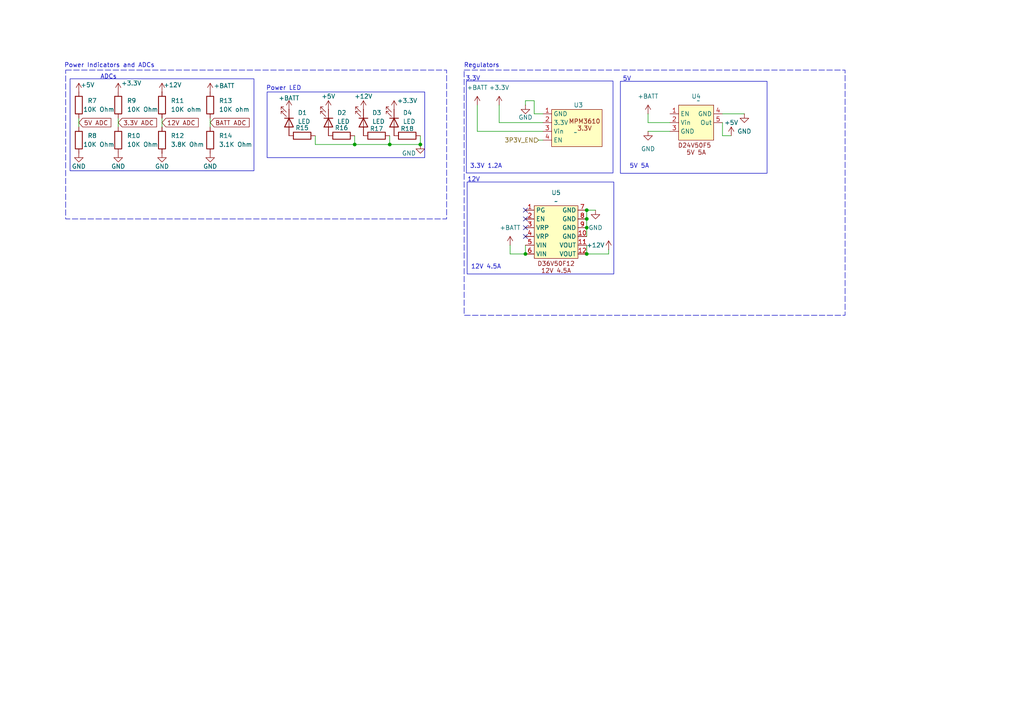
<source format=kicad_sch>
(kicad_sch
	(version 20231120)
	(generator "eeschema")
	(generator_version "8.0")
	(uuid "2f0ed181-c63b-49bd-9a4d-b79f859f69c0")
	(paper "A4")
	(lib_symbols
		(symbol "Arm:Adafruit_MPM3610_3.3V"
			(exclude_from_sim no)
			(in_bom yes)
			(on_board yes)
			(property "Reference" "U"
				(at 0 0 0)
				(effects
					(font
						(size 1.27 1.27)
					)
				)
			)
			(property "Value" ""
				(at 0 0 0)
				(effects
					(font
						(size 1.27 1.27)
					)
				)
			)
			(property "Footprint" ""
				(at 0 0 0)
				(effects
					(font
						(size 1.27 1.27)
					)
					(hide yes)
				)
			)
			(property "Datasheet" ""
				(at 0 0 0)
				(effects
					(font
						(size 1.27 1.27)
					)
					(hide yes)
				)
			)
			(property "Description" ""
				(at 0 0 0)
				(effects
					(font
						(size 1.27 1.27)
					)
					(hide yes)
				)
			)
			(symbol "Adafruit_MPM3610_3.3V_1_1"
				(rectangle
					(start -2.54 -1.27)
					(end 12.065 -12.065)
					(stroke
						(width 0)
						(type default)
					)
					(fill
						(type background)
					)
				)
				(text "MPM3610\n3.3V"
					(at 6.985 -5.715 0)
					(effects
						(font
							(size 1.27 1.27)
						)
					)
				)
				(pin input line
					(at -5.08 -2.54 0)
					(length 2.54)
					(name "GND"
						(effects
							(font
								(size 1.27 1.27)
							)
						)
					)
					(number "1"
						(effects
							(font
								(size 1.27 1.27)
							)
						)
					)
				)
				(pin input line
					(at -5.08 -5.08 0)
					(length 2.54)
					(name "3.3V"
						(effects
							(font
								(size 1.27 1.27)
							)
						)
					)
					(number "2"
						(effects
							(font
								(size 1.27 1.27)
							)
						)
					)
				)
				(pin input line
					(at -5.08 -7.62 0)
					(length 2.54)
					(name "Vin"
						(effects
							(font
								(size 1.27 1.27)
							)
						)
					)
					(number "3"
						(effects
							(font
								(size 1.27 1.27)
							)
						)
					)
				)
				(pin input line
					(at -5.08 -10.16 0)
					(length 2.54)
					(name "EN"
						(effects
							(font
								(size 1.27 1.27)
							)
						)
					)
					(number "4"
						(effects
							(font
								(size 1.27 1.27)
							)
						)
					)
				)
			)
		)
		(symbol "Arm:D24V50F5"
			(exclude_from_sim no)
			(in_bom yes)
			(on_board yes)
			(property "Reference" "U"
				(at 0 0 0)
				(effects
					(font
						(size 1.27 1.27)
					)
				)
			)
			(property "Value" ""
				(at 0 -1.27 0)
				(effects
					(font
						(size 1.27 1.27)
					)
				)
			)
			(property "Footprint" ""
				(at 0 -1.27 0)
				(effects
					(font
						(size 1.27 1.27)
					)
					(hide yes)
				)
			)
			(property "Datasheet" ""
				(at 0 -1.27 0)
				(effects
					(font
						(size 1.27 1.27)
					)
					(hide yes)
				)
			)
			(property "Description" ""
				(at 0 -1.27 0)
				(effects
					(font
						(size 1.27 1.27)
					)
					(hide yes)
				)
			)
			(symbol "D24V50F5_1_1"
				(rectangle
					(start -5.08 -1.27)
					(end 5.08 -11.43)
					(stroke
						(width 0)
						(type solid)
					)
					(fill
						(type background)
					)
				)
				(text "D24V50F5 \n5V 5A"
					(at 0 -13.97 0)
					(effects
						(font
							(size 1.27 1.27)
						)
					)
				)
				(pin input line
					(at -7.62 -3.81 0)
					(length 2.54)
					(name "EN"
						(effects
							(font
								(size 1.27 1.27)
							)
						)
					)
					(number "1"
						(effects
							(font
								(size 1.27 1.27)
							)
						)
					)
				)
				(pin input line
					(at -7.62 -6.35 0)
					(length 2.54)
					(name "Vin"
						(effects
							(font
								(size 1.27 1.27)
							)
						)
					)
					(number "2"
						(effects
							(font
								(size 1.27 1.27)
							)
						)
					)
				)
				(pin input line
					(at -7.62 -8.89 0)
					(length 2.54)
					(name "GND"
						(effects
							(font
								(size 1.27 1.27)
							)
						)
					)
					(number "3"
						(effects
							(font
								(size 1.27 1.27)
							)
						)
					)
				)
				(pin input line
					(at 7.62 -3.81 180)
					(length 2.54)
					(name "GND"
						(effects
							(font
								(size 1.27 1.27)
							)
						)
					)
					(number "4"
						(effects
							(font
								(size 1.27 1.27)
							)
						)
					)
				)
				(pin input line
					(at 7.62 -6.35 180)
					(length 2.54)
					(name "Out"
						(effects
							(font
								(size 1.27 1.27)
							)
						)
					)
					(number "5"
						(effects
							(font
								(size 1.27 1.27)
							)
						)
					)
				)
			)
		)
		(symbol "Arm:D36V50F12"
			(exclude_from_sim no)
			(in_bom yes)
			(on_board yes)
			(property "Reference" "U"
				(at 0 0 0)
				(effects
					(font
						(size 1.27 1.27)
					)
				)
			)
			(property "Value" ""
				(at 0 0 0)
				(effects
					(font
						(size 1.27 1.27)
					)
				)
			)
			(property "Footprint" "Arm:D36V50F12"
				(at 0 0 0)
				(effects
					(font
						(size 1.27 1.27)
					)
					(hide yes)
				)
			)
			(property "Datasheet" ""
				(at 0 0 0)
				(effects
					(font
						(size 1.27 1.27)
					)
					(hide yes)
				)
			)
			(property "Description" ""
				(at 0 0 0)
				(effects
					(font
						(size 1.27 1.27)
					)
					(hide yes)
				)
			)
			(symbol "D36V50F12_1_1"
				(rectangle
					(start -6.35 -1.27)
					(end 6.35 -16.51)
					(stroke
						(width 0)
						(type default)
					)
					(fill
						(type background)
					)
				)
				(text "D36V50F12\n12V 4.5A"
					(at 0 -19.05 0)
					(effects
						(font
							(size 1.27 1.27)
						)
					)
				)
				(pin input line
					(at -8.89 -2.54 0)
					(length 2.54)
					(name "PG"
						(effects
							(font
								(size 1.27 1.27)
							)
						)
					)
					(number "1"
						(effects
							(font
								(size 1.27 1.27)
							)
						)
					)
				)
				(pin input line
					(at 8.89 -10.16 180)
					(length 2.54)
					(name "GND"
						(effects
							(font
								(size 1.27 1.27)
							)
						)
					)
					(number "10"
						(effects
							(font
								(size 1.27 1.27)
							)
						)
					)
				)
				(pin input line
					(at 8.89 -12.7 180)
					(length 2.54)
					(name "VOUT"
						(effects
							(font
								(size 1.27 1.27)
							)
						)
					)
					(number "11"
						(effects
							(font
								(size 1.27 1.27)
							)
						)
					)
				)
				(pin input line
					(at 8.89 -15.24 180)
					(length 2.54)
					(name "VOUT"
						(effects
							(font
								(size 1.27 1.27)
							)
						)
					)
					(number "12"
						(effects
							(font
								(size 1.27 1.27)
							)
						)
					)
				)
				(pin input line
					(at -8.89 -5.08 0)
					(length 2.54)
					(name "EN"
						(effects
							(font
								(size 1.27 1.27)
							)
						)
					)
					(number "2"
						(effects
							(font
								(size 1.27 1.27)
							)
						)
					)
				)
				(pin input line
					(at -8.89 -7.62 0)
					(length 2.54)
					(name "VRP"
						(effects
							(font
								(size 1.27 1.27)
							)
						)
					)
					(number "3"
						(effects
							(font
								(size 1.27 1.27)
							)
						)
					)
				)
				(pin input line
					(at -8.89 -10.16 0)
					(length 2.54)
					(name "VRP"
						(effects
							(font
								(size 1.27 1.27)
							)
						)
					)
					(number "4"
						(effects
							(font
								(size 1.27 1.27)
							)
						)
					)
				)
				(pin input line
					(at -8.89 -12.7 0)
					(length 2.54)
					(name "VIN"
						(effects
							(font
								(size 1.27 1.27)
							)
						)
					)
					(number "5"
						(effects
							(font
								(size 1.27 1.27)
							)
						)
					)
				)
				(pin input line
					(at -8.89 -15.24 0)
					(length 2.54)
					(name "VIN"
						(effects
							(font
								(size 1.27 1.27)
							)
						)
					)
					(number "6"
						(effects
							(font
								(size 1.27 1.27)
							)
						)
					)
				)
				(pin input line
					(at 8.89 -2.54 180)
					(length 2.54)
					(name "GND"
						(effects
							(font
								(size 1.27 1.27)
							)
						)
					)
					(number "7"
						(effects
							(font
								(size 1.27 1.27)
							)
						)
					)
				)
				(pin input line
					(at 8.89 -5.08 180)
					(length 2.54)
					(name "GND"
						(effects
							(font
								(size 1.27 1.27)
							)
						)
					)
					(number "8"
						(effects
							(font
								(size 1.27 1.27)
							)
						)
					)
				)
				(pin input line
					(at 8.89 -7.62 180)
					(length 2.54)
					(name "GND"
						(effects
							(font
								(size 1.27 1.27)
							)
						)
					)
					(number "9"
						(effects
							(font
								(size 1.27 1.27)
							)
						)
					)
				)
			)
		)
		(symbol "Device:LED"
			(pin_numbers hide)
			(pin_names
				(offset 1.016) hide)
			(exclude_from_sim no)
			(in_bom yes)
			(on_board yes)
			(property "Reference" "D"
				(at 0 2.54 0)
				(effects
					(font
						(size 1.27 1.27)
					)
				)
			)
			(property "Value" "LED"
				(at 0 -2.54 0)
				(effects
					(font
						(size 1.27 1.27)
					)
				)
			)
			(property "Footprint" ""
				(at 0 0 0)
				(effects
					(font
						(size 1.27 1.27)
					)
					(hide yes)
				)
			)
			(property "Datasheet" "~"
				(at 0 0 0)
				(effects
					(font
						(size 1.27 1.27)
					)
					(hide yes)
				)
			)
			(property "Description" "Light emitting diode"
				(at 0 0 0)
				(effects
					(font
						(size 1.27 1.27)
					)
					(hide yes)
				)
			)
			(property "ki_keywords" "LED diode"
				(at 0 0 0)
				(effects
					(font
						(size 1.27 1.27)
					)
					(hide yes)
				)
			)
			(property "ki_fp_filters" "LED* LED_SMD:* LED_THT:*"
				(at 0 0 0)
				(effects
					(font
						(size 1.27 1.27)
					)
					(hide yes)
				)
			)
			(symbol "LED_0_1"
				(polyline
					(pts
						(xy -1.27 -1.27) (xy -1.27 1.27)
					)
					(stroke
						(width 0.254)
						(type default)
					)
					(fill
						(type none)
					)
				)
				(polyline
					(pts
						(xy -1.27 0) (xy 1.27 0)
					)
					(stroke
						(width 0)
						(type default)
					)
					(fill
						(type none)
					)
				)
				(polyline
					(pts
						(xy 1.27 -1.27) (xy 1.27 1.27) (xy -1.27 0) (xy 1.27 -1.27)
					)
					(stroke
						(width 0.254)
						(type default)
					)
					(fill
						(type none)
					)
				)
				(polyline
					(pts
						(xy -3.048 -0.762) (xy -4.572 -2.286) (xy -3.81 -2.286) (xy -4.572 -2.286) (xy -4.572 -1.524)
					)
					(stroke
						(width 0)
						(type default)
					)
					(fill
						(type none)
					)
				)
				(polyline
					(pts
						(xy -1.778 -0.762) (xy -3.302 -2.286) (xy -2.54 -2.286) (xy -3.302 -2.286) (xy -3.302 -1.524)
					)
					(stroke
						(width 0)
						(type default)
					)
					(fill
						(type none)
					)
				)
			)
			(symbol "LED_1_1"
				(pin passive line
					(at -3.81 0 0)
					(length 2.54)
					(name "K"
						(effects
							(font
								(size 1.27 1.27)
							)
						)
					)
					(number "1"
						(effects
							(font
								(size 1.27 1.27)
							)
						)
					)
				)
				(pin passive line
					(at 3.81 0 180)
					(length 2.54)
					(name "A"
						(effects
							(font
								(size 1.27 1.27)
							)
						)
					)
					(number "2"
						(effects
							(font
								(size 1.27 1.27)
							)
						)
					)
				)
			)
		)
		(symbol "Device:R"
			(pin_numbers hide)
			(pin_names
				(offset 0)
			)
			(exclude_from_sim no)
			(in_bom yes)
			(on_board yes)
			(property "Reference" "R"
				(at 2.032 0 90)
				(effects
					(font
						(size 1.27 1.27)
					)
				)
			)
			(property "Value" "R"
				(at 0 0 90)
				(effects
					(font
						(size 1.27 1.27)
					)
				)
			)
			(property "Footprint" ""
				(at -1.778 0 90)
				(effects
					(font
						(size 1.27 1.27)
					)
					(hide yes)
				)
			)
			(property "Datasheet" "~"
				(at 0 0 0)
				(effects
					(font
						(size 1.27 1.27)
					)
					(hide yes)
				)
			)
			(property "Description" "Resistor"
				(at 0 0 0)
				(effects
					(font
						(size 1.27 1.27)
					)
					(hide yes)
				)
			)
			(property "ki_keywords" "R res resistor"
				(at 0 0 0)
				(effects
					(font
						(size 1.27 1.27)
					)
					(hide yes)
				)
			)
			(property "ki_fp_filters" "R_*"
				(at 0 0 0)
				(effects
					(font
						(size 1.27 1.27)
					)
					(hide yes)
				)
			)
			(symbol "R_0_1"
				(rectangle
					(start -1.016 -2.54)
					(end 1.016 2.54)
					(stroke
						(width 0.254)
						(type default)
					)
					(fill
						(type none)
					)
				)
			)
			(symbol "R_1_1"
				(pin passive line
					(at 0 3.81 270)
					(length 1.27)
					(name "~"
						(effects
							(font
								(size 1.27 1.27)
							)
						)
					)
					(number "1"
						(effects
							(font
								(size 1.27 1.27)
							)
						)
					)
				)
				(pin passive line
					(at 0 -3.81 90)
					(length 1.27)
					(name "~"
						(effects
							(font
								(size 1.27 1.27)
							)
						)
					)
					(number "2"
						(effects
							(font
								(size 1.27 1.27)
							)
						)
					)
				)
			)
		)
		(symbol "power:+12V"
			(power)
			(pin_numbers hide)
			(pin_names
				(offset 0) hide)
			(exclude_from_sim no)
			(in_bom yes)
			(on_board yes)
			(property "Reference" "#PWR"
				(at 0 -3.81 0)
				(effects
					(font
						(size 1.27 1.27)
					)
					(hide yes)
				)
			)
			(property "Value" "+12V"
				(at 0 3.556 0)
				(effects
					(font
						(size 1.27 1.27)
					)
				)
			)
			(property "Footprint" ""
				(at 0 0 0)
				(effects
					(font
						(size 1.27 1.27)
					)
					(hide yes)
				)
			)
			(property "Datasheet" ""
				(at 0 0 0)
				(effects
					(font
						(size 1.27 1.27)
					)
					(hide yes)
				)
			)
			(property "Description" "Power symbol creates a global label with name \"+12V\""
				(at 0 0 0)
				(effects
					(font
						(size 1.27 1.27)
					)
					(hide yes)
				)
			)
			(property "ki_keywords" "global power"
				(at 0 0 0)
				(effects
					(font
						(size 1.27 1.27)
					)
					(hide yes)
				)
			)
			(symbol "+12V_0_1"
				(polyline
					(pts
						(xy -0.762 1.27) (xy 0 2.54)
					)
					(stroke
						(width 0)
						(type default)
					)
					(fill
						(type none)
					)
				)
				(polyline
					(pts
						(xy 0 0) (xy 0 2.54)
					)
					(stroke
						(width 0)
						(type default)
					)
					(fill
						(type none)
					)
				)
				(polyline
					(pts
						(xy 0 2.54) (xy 0.762 1.27)
					)
					(stroke
						(width 0)
						(type default)
					)
					(fill
						(type none)
					)
				)
			)
			(symbol "+12V_1_1"
				(pin power_in line
					(at 0 0 90)
					(length 0)
					(name "~"
						(effects
							(font
								(size 1.27 1.27)
							)
						)
					)
					(number "1"
						(effects
							(font
								(size 1.27 1.27)
							)
						)
					)
				)
			)
		)
		(symbol "power:+3.3V"
			(power)
			(pin_numbers hide)
			(pin_names
				(offset 0) hide)
			(exclude_from_sim no)
			(in_bom yes)
			(on_board yes)
			(property "Reference" "#PWR"
				(at 0 -3.81 0)
				(effects
					(font
						(size 1.27 1.27)
					)
					(hide yes)
				)
			)
			(property "Value" "+3.3V"
				(at 0 3.556 0)
				(effects
					(font
						(size 1.27 1.27)
					)
				)
			)
			(property "Footprint" ""
				(at 0 0 0)
				(effects
					(font
						(size 1.27 1.27)
					)
					(hide yes)
				)
			)
			(property "Datasheet" ""
				(at 0 0 0)
				(effects
					(font
						(size 1.27 1.27)
					)
					(hide yes)
				)
			)
			(property "Description" "Power symbol creates a global label with name \"+3.3V\""
				(at 0 0 0)
				(effects
					(font
						(size 1.27 1.27)
					)
					(hide yes)
				)
			)
			(property "ki_keywords" "global power"
				(at 0 0 0)
				(effects
					(font
						(size 1.27 1.27)
					)
					(hide yes)
				)
			)
			(symbol "+3.3V_0_1"
				(polyline
					(pts
						(xy -0.762 1.27) (xy 0 2.54)
					)
					(stroke
						(width 0)
						(type default)
					)
					(fill
						(type none)
					)
				)
				(polyline
					(pts
						(xy 0 0) (xy 0 2.54)
					)
					(stroke
						(width 0)
						(type default)
					)
					(fill
						(type none)
					)
				)
				(polyline
					(pts
						(xy 0 2.54) (xy 0.762 1.27)
					)
					(stroke
						(width 0)
						(type default)
					)
					(fill
						(type none)
					)
				)
			)
			(symbol "+3.3V_1_1"
				(pin power_in line
					(at 0 0 90)
					(length 0)
					(name "~"
						(effects
							(font
								(size 1.27 1.27)
							)
						)
					)
					(number "1"
						(effects
							(font
								(size 1.27 1.27)
							)
						)
					)
				)
			)
		)
		(symbol "power:+5V"
			(power)
			(pin_numbers hide)
			(pin_names
				(offset 0) hide)
			(exclude_from_sim no)
			(in_bom yes)
			(on_board yes)
			(property "Reference" "#PWR"
				(at 0 -3.81 0)
				(effects
					(font
						(size 1.27 1.27)
					)
					(hide yes)
				)
			)
			(property "Value" "+5V"
				(at 0 3.556 0)
				(effects
					(font
						(size 1.27 1.27)
					)
				)
			)
			(property "Footprint" ""
				(at 0 0 0)
				(effects
					(font
						(size 1.27 1.27)
					)
					(hide yes)
				)
			)
			(property "Datasheet" ""
				(at 0 0 0)
				(effects
					(font
						(size 1.27 1.27)
					)
					(hide yes)
				)
			)
			(property "Description" "Power symbol creates a global label with name \"+5V\""
				(at 0 0 0)
				(effects
					(font
						(size 1.27 1.27)
					)
					(hide yes)
				)
			)
			(property "ki_keywords" "global power"
				(at 0 0 0)
				(effects
					(font
						(size 1.27 1.27)
					)
					(hide yes)
				)
			)
			(symbol "+5V_0_1"
				(polyline
					(pts
						(xy -0.762 1.27) (xy 0 2.54)
					)
					(stroke
						(width 0)
						(type default)
					)
					(fill
						(type none)
					)
				)
				(polyline
					(pts
						(xy 0 0) (xy 0 2.54)
					)
					(stroke
						(width 0)
						(type default)
					)
					(fill
						(type none)
					)
				)
				(polyline
					(pts
						(xy 0 2.54) (xy 0.762 1.27)
					)
					(stroke
						(width 0)
						(type default)
					)
					(fill
						(type none)
					)
				)
			)
			(symbol "+5V_1_1"
				(pin power_in line
					(at 0 0 90)
					(length 0)
					(name "~"
						(effects
							(font
								(size 1.27 1.27)
							)
						)
					)
					(number "1"
						(effects
							(font
								(size 1.27 1.27)
							)
						)
					)
				)
			)
		)
		(symbol "power:+BATT"
			(power)
			(pin_numbers hide)
			(pin_names
				(offset 0) hide)
			(exclude_from_sim no)
			(in_bom yes)
			(on_board yes)
			(property "Reference" "#PWR"
				(at 0 -3.81 0)
				(effects
					(font
						(size 1.27 1.27)
					)
					(hide yes)
				)
			)
			(property "Value" "+BATT"
				(at 0 3.556 0)
				(effects
					(font
						(size 1.27 1.27)
					)
				)
			)
			(property "Footprint" ""
				(at 0 0 0)
				(effects
					(font
						(size 1.27 1.27)
					)
					(hide yes)
				)
			)
			(property "Datasheet" ""
				(at 0 0 0)
				(effects
					(font
						(size 1.27 1.27)
					)
					(hide yes)
				)
			)
			(property "Description" "Power symbol creates a global label with name \"+BATT\""
				(at 0 0 0)
				(effects
					(font
						(size 1.27 1.27)
					)
					(hide yes)
				)
			)
			(property "ki_keywords" "global power battery"
				(at 0 0 0)
				(effects
					(font
						(size 1.27 1.27)
					)
					(hide yes)
				)
			)
			(symbol "+BATT_0_1"
				(polyline
					(pts
						(xy -0.762 1.27) (xy 0 2.54)
					)
					(stroke
						(width 0)
						(type default)
					)
					(fill
						(type none)
					)
				)
				(polyline
					(pts
						(xy 0 0) (xy 0 2.54)
					)
					(stroke
						(width 0)
						(type default)
					)
					(fill
						(type none)
					)
				)
				(polyline
					(pts
						(xy 0 2.54) (xy 0.762 1.27)
					)
					(stroke
						(width 0)
						(type default)
					)
					(fill
						(type none)
					)
				)
			)
			(symbol "+BATT_1_1"
				(pin power_in line
					(at 0 0 90)
					(length 0)
					(name "~"
						(effects
							(font
								(size 1.27 1.27)
							)
						)
					)
					(number "1"
						(effects
							(font
								(size 1.27 1.27)
							)
						)
					)
				)
			)
		)
		(symbol "power:GND"
			(power)
			(pin_numbers hide)
			(pin_names
				(offset 0) hide)
			(exclude_from_sim no)
			(in_bom yes)
			(on_board yes)
			(property "Reference" "#PWR"
				(at 0 -6.35 0)
				(effects
					(font
						(size 1.27 1.27)
					)
					(hide yes)
				)
			)
			(property "Value" "GND"
				(at 0 -3.81 0)
				(effects
					(font
						(size 1.27 1.27)
					)
				)
			)
			(property "Footprint" ""
				(at 0 0 0)
				(effects
					(font
						(size 1.27 1.27)
					)
					(hide yes)
				)
			)
			(property "Datasheet" ""
				(at 0 0 0)
				(effects
					(font
						(size 1.27 1.27)
					)
					(hide yes)
				)
			)
			(property "Description" "Power symbol creates a global label with name \"GND\" , ground"
				(at 0 0 0)
				(effects
					(font
						(size 1.27 1.27)
					)
					(hide yes)
				)
			)
			(property "ki_keywords" "global power"
				(at 0 0 0)
				(effects
					(font
						(size 1.27 1.27)
					)
					(hide yes)
				)
			)
			(symbol "GND_0_1"
				(polyline
					(pts
						(xy 0 0) (xy 0 -1.27) (xy 1.27 -1.27) (xy 0 -2.54) (xy -1.27 -1.27) (xy 0 -1.27)
					)
					(stroke
						(width 0)
						(type default)
					)
					(fill
						(type none)
					)
				)
			)
			(symbol "GND_1_1"
				(pin power_in line
					(at 0 0 270)
					(length 0)
					(name "~"
						(effects
							(font
								(size 1.27 1.27)
							)
						)
					)
					(number "1"
						(effects
							(font
								(size 1.27 1.27)
							)
						)
					)
				)
			)
		)
	)
	(junction
		(at 152.4 73.66)
		(diameter 0)
		(color 0 0 0 0)
		(uuid "263a6f6e-b927-461f-a1fa-33f511e63b8f")
	)
	(junction
		(at 170.18 63.5)
		(diameter 0)
		(color 0 0 0 0)
		(uuid "5f79a8e0-60de-4924-b002-8b7b19d606d9")
	)
	(junction
		(at 102.87 41.91)
		(diameter 0)
		(color 0 0 0 0)
		(uuid "78d51647-aa8a-4d02-8179-3cacb18d0dd8")
	)
	(junction
		(at 170.18 73.66)
		(diameter 0)
		(color 0 0 0 0)
		(uuid "a19d0162-d62a-48b9-89cd-2789f3f1a402")
	)
	(junction
		(at 170.18 60.96)
		(diameter 0)
		(color 0 0 0 0)
		(uuid "ade5f755-278c-455a-9432-9d1e933306a8")
	)
	(junction
		(at 121.92 41.91)
		(diameter 0)
		(color 0 0 0 0)
		(uuid "c83dc49a-cf5b-4a54-871d-5ac1c10935da")
	)
	(junction
		(at 113.03 41.91)
		(diameter 0)
		(color 0 0 0 0)
		(uuid "d39bedce-cb4c-4da2-ad43-ec1951015491")
	)
	(junction
		(at 170.18 66.04)
		(diameter 0)
		(color 0 0 0 0)
		(uuid "e7ca6e0d-ff86-481b-9404-f9a0795ccb13")
	)
	(no_connect
		(at 152.4 66.04)
		(uuid "2ece549b-4bf0-4371-b34e-5833f2ec96bd")
	)
	(no_connect
		(at 152.4 63.5)
		(uuid "57636cc2-d06b-405f-b188-aa61cee05abf")
	)
	(no_connect
		(at 152.4 60.96)
		(uuid "8d74b0e1-4416-4400-a9c7-a51b93faf481")
	)
	(no_connect
		(at 152.4 68.58)
		(uuid "fcbc5abb-7e20-4edf-8aee-673c379e4652")
	)
	(wire
		(pts
			(xy 152.4 29.21) (xy 152.4 30.48)
		)
		(stroke
			(width 0)
			(type default)
		)
		(uuid "03002464-f890-46b2-88bf-ad1379b0db11")
	)
	(wire
		(pts
			(xy 172.72 60.96) (xy 170.18 60.96)
		)
		(stroke
			(width 0)
			(type default)
		)
		(uuid "067e0bab-cd96-422a-814a-325fde968211")
	)
	(wire
		(pts
			(xy 138.43 30.48) (xy 138.43 38.1)
		)
		(stroke
			(width 0)
			(type default)
		)
		(uuid "108c3cf6-28b2-4944-a926-d0ee93e24785")
	)
	(wire
		(pts
			(xy 152.4 29.21) (xy 154.94 29.21)
		)
		(stroke
			(width 0)
			(type default)
		)
		(uuid "26053d83-cae2-4bb6-87cc-a5b40b34f75f")
	)
	(wire
		(pts
			(xy 138.43 38.1) (xy 157.48 38.1)
		)
		(stroke
			(width 0)
			(type default)
		)
		(uuid "2643fe31-6291-45b2-9437-5bc4bb1dd06d")
	)
	(wire
		(pts
			(xy 102.87 41.91) (xy 113.03 41.91)
		)
		(stroke
			(width 0)
			(type default)
		)
		(uuid "290ba604-a1af-4c32-8c56-b9146a21b8c3")
	)
	(wire
		(pts
			(xy 170.18 66.04) (xy 170.18 68.58)
		)
		(stroke
			(width 0)
			(type default)
		)
		(uuid "327bb84e-717c-43e1-9617-aa920f14b928")
	)
	(wire
		(pts
			(xy 154.94 33.02) (xy 157.48 33.02)
		)
		(stroke
			(width 0)
			(type default)
		)
		(uuid "39d32594-166f-4895-8c62-6ff46aa4e05c")
	)
	(wire
		(pts
			(xy 121.92 39.37) (xy 121.92 41.91)
		)
		(stroke
			(width 0)
			(type default)
		)
		(uuid "3dffad59-fa92-4005-b283-1eaaa67a8519")
	)
	(wire
		(pts
			(xy 154.94 29.21) (xy 154.94 33.02)
		)
		(stroke
			(width 0)
			(type default)
		)
		(uuid "439073d5-1bb4-4ec4-baf2-8b9fef69ba52")
	)
	(wire
		(pts
			(xy 176.53 73.66) (xy 176.53 72.39)
		)
		(stroke
			(width 0)
			(type default)
		)
		(uuid "4b04d71e-943f-4e02-94b4-4f13711ad31d")
	)
	(wire
		(pts
			(xy 34.29 34.29) (xy 34.29 36.83)
		)
		(stroke
			(width 0)
			(type default)
		)
		(uuid "4e00ff55-cd51-416d-b6fe-2955012c4c5a")
	)
	(wire
		(pts
			(xy 121.92 41.91) (xy 113.03 41.91)
		)
		(stroke
			(width 0)
			(type default)
		)
		(uuid "52d3ddbf-29ba-4890-ba3a-0a7de3248173")
	)
	(wire
		(pts
			(xy 209.55 39.37) (xy 209.55 35.56)
		)
		(stroke
			(width 0)
			(type default)
		)
		(uuid "5daf1623-742a-407e-82d0-df0c975233f7")
	)
	(wire
		(pts
			(xy 170.18 63.5) (xy 170.18 66.04)
		)
		(stroke
			(width 0)
			(type default)
		)
		(uuid "5e07c794-1b15-4d53-8f40-59ec822558e4")
	)
	(wire
		(pts
			(xy 170.18 73.66) (xy 176.53 73.66)
		)
		(stroke
			(width 0)
			(type default)
		)
		(uuid "62e7fa86-b156-4fb9-a000-17c7a790fff3")
	)
	(wire
		(pts
			(xy 147.955 73.66) (xy 147.955 71.12)
		)
		(stroke
			(width 0)
			(type default)
		)
		(uuid "66b865dc-7940-428c-8d56-a834f6f49a9b")
	)
	(wire
		(pts
			(xy 60.96 34.29) (xy 60.96 36.83)
		)
		(stroke
			(width 0)
			(type default)
		)
		(uuid "6cc53682-da0c-46b8-8bad-5c7b1fb1a87d")
	)
	(wire
		(pts
			(xy 22.86 34.29) (xy 22.86 36.83)
		)
		(stroke
			(width 0)
			(type default)
		)
		(uuid "7c939126-84a1-4414-a586-43bf5963ef87")
	)
	(wire
		(pts
			(xy 170.18 60.96) (xy 170.18 63.5)
		)
		(stroke
			(width 0)
			(type default)
		)
		(uuid "7d34b3c6-836e-4253-a065-a827c7bf3bfb")
	)
	(wire
		(pts
			(xy 144.78 30.48) (xy 144.78 35.56)
		)
		(stroke
			(width 0)
			(type default)
		)
		(uuid "9a2f519e-9b07-4f87-8975-1b37749554e1")
	)
	(wire
		(pts
			(xy 102.87 39.37) (xy 102.87 41.91)
		)
		(stroke
			(width 0)
			(type default)
		)
		(uuid "a7331294-ff06-45ba-9271-ce2a93f07e7a")
	)
	(wire
		(pts
			(xy 91.44 41.91) (xy 91.44 39.37)
		)
		(stroke
			(width 0)
			(type default)
		)
		(uuid "b605a5ec-3e22-472f-93cf-2d3eb4f88f06")
	)
	(wire
		(pts
			(xy 152.4 71.12) (xy 152.4 73.66)
		)
		(stroke
			(width 0)
			(type default)
		)
		(uuid "b83d03ab-b42e-4d45-adee-620a732a41b1")
	)
	(wire
		(pts
			(xy 215.9 33.02) (xy 209.55 33.02)
		)
		(stroke
			(width 0)
			(type default)
		)
		(uuid "c043b571-ff76-462c-8589-080e44b5438b")
	)
	(wire
		(pts
			(xy 91.44 41.91) (xy 102.87 41.91)
		)
		(stroke
			(width 0)
			(type default)
		)
		(uuid "c38adef4-3130-4c17-85a2-d5014bd7c829")
	)
	(wire
		(pts
			(xy 212.09 39.37) (xy 209.55 39.37)
		)
		(stroke
			(width 0)
			(type default)
		)
		(uuid "c5f24206-7b19-4c28-a651-5d8f947bcb76")
	)
	(wire
		(pts
			(xy 187.96 38.1) (xy 194.31 38.1)
		)
		(stroke
			(width 0)
			(type default)
		)
		(uuid "c9b9a9df-300a-4bf9-8ae6-7766c4d88d52")
	)
	(wire
		(pts
			(xy 144.78 35.56) (xy 157.48 35.56)
		)
		(stroke
			(width 0)
			(type default)
		)
		(uuid "ca9be352-a34a-40c9-a04a-3c096de5dedd")
	)
	(wire
		(pts
			(xy 46.99 34.29) (xy 46.99 36.83)
		)
		(stroke
			(width 0)
			(type default)
		)
		(uuid "d397c634-4652-454b-9021-ba0db2d0a54d")
	)
	(wire
		(pts
			(xy 170.18 71.12) (xy 170.18 73.66)
		)
		(stroke
			(width 0)
			(type default)
		)
		(uuid "d9c31ddb-0da1-41f2-a674-e6e99a3206e9")
	)
	(wire
		(pts
			(xy 113.03 41.91) (xy 113.03 39.37)
		)
		(stroke
			(width 0)
			(type default)
		)
		(uuid "e3ffcfdd-7940-4ddb-9241-6d90e3ba5f1f")
	)
	(wire
		(pts
			(xy 147.955 73.66) (xy 152.4 73.66)
		)
		(stroke
			(width 0)
			(type default)
		)
		(uuid "e78f5451-9119-47b6-a776-7514aad03b7e")
	)
	(wire
		(pts
			(xy 187.96 33.02) (xy 187.96 35.56)
		)
		(stroke
			(width 0)
			(type default)
		)
		(uuid "e8c7b8df-3024-4a85-9f42-409ad7c01d80")
	)
	(wire
		(pts
			(xy 187.96 35.56) (xy 194.31 35.56)
		)
		(stroke
			(width 0)
			(type default)
		)
		(uuid "efeb6721-59d0-4916-9407-47aa00d3e9dd")
	)
	(wire
		(pts
			(xy 156.21 40.64) (xy 157.48 40.64)
		)
		(stroke
			(width 0)
			(type default)
		)
		(uuid "f8e963fa-c70e-4744-a68f-87a9abdfe0ea")
	)
	(rectangle
		(start 135.4881 52.7926)
		(end 178.0331 79.4626)
		(stroke
			(width 0)
			(type default)
		)
		(fill
			(type none)
		)
		(uuid 159f6ba5-3644-4b16-a486-42848460e788)
	)
	(rectangle
		(start 20.32 22.86)
		(end 73.66 49.53)
		(stroke
			(width 0)
			(type default)
		)
		(fill
			(type none)
		)
		(uuid 2e3827bf-dcc2-4911-b4a4-ca1ce17e829d)
	)
	(rectangle
		(start 179.9381 23.5826)
		(end 222.4831 50.2526)
		(stroke
			(width 0)
			(type default)
		)
		(fill
			(type none)
		)
		(uuid 39f12c38-8b30-45a2-ae90-73468c9ad2e3)
	)
	(rectangle
		(start 77.47 26.67)
		(end 123.19 45.72)
		(stroke
			(width 0)
			(type default)
		)
		(fill
			(type none)
		)
		(uuid 49fbf815-f46c-4d78-be76-182c87410768)
	)
	(rectangle
		(start 19.05 20.32)
		(end 129.54 63.5)
		(stroke
			(width 0)
			(type dash)
		)
		(fill
			(type none)
		)
		(uuid a055a124-2dc4-4c8d-9678-b986d595e8ef)
	)
	(rectangle
		(start 134.62 20.32)
		(end 245.11 91.44)
		(stroke
			(width 0)
			(type dash)
		)
		(fill
			(type none)
		)
		(uuid a8f25fa4-9624-4566-8feb-ee5192f83611)
	)
	(rectangle
		(start 135.255 23.495)
		(end 177.8 50.165)
		(stroke
			(width 0)
			(type default)
		)
		(fill
			(type none)
		)
		(uuid e91eebe4-5cc4-4758-b521-580596d3080c)
	)
	(text "Regulators"
		(exclude_from_sim no)
		(at 139.7 19.05 0)
		(effects
			(font
				(size 1.27 1.27)
			)
		)
		(uuid "1d487c48-d81e-4995-a234-7a52798d9a7a")
	)
	(text "12V"
		(exclude_from_sim no)
		(at 137.3931 52.1576 0)
		(effects
			(font
				(size 1.27 1.27)
			)
		)
		(uuid "1ff05f81-0a0d-442c-b4ab-a21e0c5aecc0")
	)
	(text "Power Indicators and ADCs\n"
		(exclude_from_sim no)
		(at 31.75 19.05 0)
		(effects
			(font
				(size 1.27 1.27)
			)
		)
		(uuid "3c32cca3-c2aa-4a7c-9c8b-e491896b900a")
	)
	(text "12V 4.5A\n"
		(exclude_from_sim no)
		(at 140.97 77.47 0)
		(effects
			(font
				(size 1.27 1.27)
			)
		)
		(uuid "63315049-9f79-4059-9bd4-778ac84a6f3f")
	)
	(text "3.3V 1.2A"
		(exclude_from_sim no)
		(at 140.97 48.26 0)
		(effects
			(font
				(size 1.27 1.27)
			)
		)
		(uuid "6376c497-ec7c-436a-97a3-a16c635749f4")
	)
	(text "Power LED\n"
		(exclude_from_sim no)
		(at 82.296 25.654 0)
		(effects
			(font
				(size 1.27 1.27)
			)
		)
		(uuid "64941dc2-ed26-4098-994d-879c686f8440")
	)
	(text "5V"
		(exclude_from_sim no)
		(at 181.8431 22.9476 0)
		(effects
			(font
				(size 1.27 1.27)
			)
		)
		(uuid "944118f5-2a0f-4f48-b199-300f8f297a81")
	)
	(text "ADCs\n"
		(exclude_from_sim no)
		(at 31.496 22.352 0)
		(effects
			(font
				(size 1.27 1.27)
			)
		)
		(uuid "d73785c8-587c-4c4d-940a-f8469c7d02ec")
	)
	(text "3.3V"
		(exclude_from_sim no)
		(at 137.16 22.86 0)
		(effects
			(font
				(size 1.27 1.27)
			)
		)
		(uuid "dccba1b0-bff5-43e9-9022-0c2bb04b1d8a")
	)
	(text "5V 5A"
		(exclude_from_sim no)
		(at 185.42 48.26 0)
		(effects
			(font
				(size 1.27 1.27)
			)
		)
		(uuid "e896c0df-e700-4674-97e5-cd36c6c40345")
	)
	(global_label "12V ADC"
		(shape input)
		(at 46.99 35.56 0)
		(fields_autoplaced yes)
		(effects
			(font
				(size 1.27 1.27)
			)
			(justify left)
		)
		(uuid "3df34eba-3e41-4192-85fc-8fb2b2f1db05")
		(property "Intersheetrefs" "${INTERSHEET_REFS}"
			(at 58.079 35.56 0)
			(effects
				(font
					(size 1.27 1.27)
				)
				(justify left)
				(hide yes)
			)
		)
	)
	(global_label "5V ADC"
		(shape input)
		(at 22.86 35.56 0)
		(fields_autoplaced yes)
		(effects
			(font
				(size 1.27 1.27)
			)
			(justify left)
		)
		(uuid "6139a76d-548b-4129-9ec1-b3f3ea0e1379")
		(property "Intersheetrefs" "${INTERSHEET_REFS}"
			(at 32.7395 35.56 0)
			(effects
				(font
					(size 1.27 1.27)
				)
				(justify left)
				(hide yes)
			)
		)
	)
	(global_label "3.3V ADC"
		(shape input)
		(at 34.29 35.56 0)
		(fields_autoplaced yes)
		(effects
			(font
				(size 1.27 1.27)
			)
			(justify left)
		)
		(uuid "61ff3224-7bf2-496e-b34e-59503141f4e3")
		(property "Intersheetrefs" "${INTERSHEET_REFS}"
			(at 45.9838 35.56 0)
			(effects
				(font
					(size 1.27 1.27)
				)
				(justify left)
				(hide yes)
			)
		)
	)
	(global_label "BATT ADC"
		(shape input)
		(at 60.96 35.56 0)
		(fields_autoplaced yes)
		(effects
			(font
				(size 1.27 1.27)
			)
			(justify left)
		)
		(uuid "f448ee8f-8314-4c9f-91da-b57ffbfff57b")
		(property "Intersheetrefs" "${INTERSHEET_REFS}"
			(at 72.8352 35.56 0)
			(effects
				(font
					(size 1.27 1.27)
				)
				(justify left)
				(hide yes)
			)
		)
	)
	(hierarchical_label "3P3V_EN"
		(shape input)
		(at 156.21 40.64 180)
		(fields_autoplaced yes)
		(effects
			(font
				(size 1.27 1.27)
			)
			(justify right)
		)
		(uuid "f9b460d6-3861-4341-b13d-16d460509904")
	)
	(symbol
		(lib_id "Device:R")
		(at 46.99 40.64 0)
		(unit 1)
		(exclude_from_sim no)
		(in_bom yes)
		(on_board yes)
		(dnp no)
		(fields_autoplaced yes)
		(uuid "0002f0f6-480a-43ed-a441-01fcd0ad5050")
		(property "Reference" "R12"
			(at 49.53 39.3699 0)
			(effects
				(font
					(size 1.27 1.27)
				)
				(justify left)
			)
		)
		(property "Value" "3.8K Ohm"
			(at 49.53 41.9099 0)
			(effects
				(font
					(size 1.27 1.27)
				)
				(justify left)
			)
		)
		(property "Footprint" "Resistor_SMD:R_0603_1608Metric_Pad0.98x0.95mm_HandSolder"
			(at 45.212 40.64 90)
			(effects
				(font
					(size 1.27 1.27)
				)
				(hide yes)
			)
		)
		(property "Datasheet" "~"
			(at 46.99 40.64 0)
			(effects
				(font
					(size 1.27 1.27)
				)
				(hide yes)
			)
		)
		(property "Description" "Resistor"
			(at 46.99 40.64 0)
			(effects
				(font
					(size 1.27 1.27)
				)
				(hide yes)
			)
		)
		(pin "1"
			(uuid "7d24139b-7e33-423b-b50d-b6297ad288ac")
		)
		(pin "2"
			(uuid "cef1172e-3614-4769-8598-21ec20d3345f")
		)
		(instances
			(project "Arm"
				(path "/647e13ca-b7c5-42e4-b145-c1484db8abd7/0e9b89fd-8ab7-4844-9bcb-5e15da9591d1"
					(reference "R12")
					(unit 1)
				)
			)
		)
	)
	(symbol
		(lib_id "power:+3.3V")
		(at 34.29 26.67 0)
		(unit 1)
		(exclude_from_sim no)
		(in_bom yes)
		(on_board yes)
		(dnp no)
		(uuid "067e9081-e017-4a5d-a9ef-00198b123b6f")
		(property "Reference" "#PWR042"
			(at 34.29 30.48 0)
			(effects
				(font
					(size 1.27 1.27)
				)
				(hide yes)
			)
		)
		(property "Value" "+3.3V"
			(at 38.1 24.13 0)
			(effects
				(font
					(size 1.27 1.27)
				)
			)
		)
		(property "Footprint" ""
			(at 34.29 26.67 0)
			(effects
				(font
					(size 1.27 1.27)
				)
				(hide yes)
			)
		)
		(property "Datasheet" ""
			(at 34.29 26.67 0)
			(effects
				(font
					(size 1.27 1.27)
				)
				(hide yes)
			)
		)
		(property "Description" "Power symbol creates a global label with name \"+3.3V\""
			(at 34.29 26.67 0)
			(effects
				(font
					(size 1.27 1.27)
				)
				(hide yes)
			)
		)
		(pin "1"
			(uuid "18554f47-5dc6-4856-8686-ea5fe86675db")
		)
		(instances
			(project "Arm"
				(path "/647e13ca-b7c5-42e4-b145-c1484db8abd7/0e9b89fd-8ab7-4844-9bcb-5e15da9591d1"
					(reference "#PWR042")
					(unit 1)
				)
			)
		)
	)
	(symbol
		(lib_id "power:+3.3V")
		(at 114.3 31.75 0)
		(unit 1)
		(exclude_from_sim no)
		(in_bom yes)
		(on_board yes)
		(dnp no)
		(uuid "07842a7f-9909-434a-b63e-14bf5837c2d4")
		(property "Reference" "#PWR051"
			(at 114.3 35.56 0)
			(effects
				(font
					(size 1.27 1.27)
				)
				(hide yes)
			)
		)
		(property "Value" "+3.3V"
			(at 118.11 29.21 0)
			(effects
				(font
					(size 1.27 1.27)
				)
			)
		)
		(property "Footprint" ""
			(at 114.3 31.75 0)
			(effects
				(font
					(size 1.27 1.27)
				)
				(hide yes)
			)
		)
		(property "Datasheet" ""
			(at 114.3 31.75 0)
			(effects
				(font
					(size 1.27 1.27)
				)
				(hide yes)
			)
		)
		(property "Description" "Power symbol creates a global label with name \"+3.3V\""
			(at 114.3 31.75 0)
			(effects
				(font
					(size 1.27 1.27)
				)
				(hide yes)
			)
		)
		(pin "1"
			(uuid "e2989646-12a8-4430-a167-0055a3527353")
		)
		(instances
			(project "Arm"
				(path "/647e13ca-b7c5-42e4-b145-c1484db8abd7/0e9b89fd-8ab7-4844-9bcb-5e15da9591d1"
					(reference "#PWR051")
					(unit 1)
				)
			)
		)
	)
	(symbol
		(lib_id "Device:R")
		(at 46.99 30.48 0)
		(unit 1)
		(exclude_from_sim no)
		(in_bom yes)
		(on_board yes)
		(dnp no)
		(uuid "0c55f697-2004-4b1d-b718-a2dad04865a4")
		(property "Reference" "R11"
			(at 49.53 29.2099 0)
			(effects
				(font
					(size 1.27 1.27)
				)
				(justify left)
			)
		)
		(property "Value" "10K ohm"
			(at 49.53 31.7499 0)
			(effects
				(font
					(size 1.27 1.27)
				)
				(justify left)
			)
		)
		(property "Footprint" "Resistor_SMD:R_0603_1608Metric_Pad0.98x0.95mm_HandSolder"
			(at 45.212 30.48 90)
			(effects
				(font
					(size 1.27 1.27)
				)
				(hide yes)
			)
		)
		(property "Datasheet" "~"
			(at 46.99 30.48 0)
			(effects
				(font
					(size 1.27 1.27)
				)
				(hide yes)
			)
		)
		(property "Description" "Resistor"
			(at 46.99 30.48 0)
			(effects
				(font
					(size 1.27 1.27)
				)
				(hide yes)
			)
		)
		(pin "1"
			(uuid "01f4a3f3-690a-48b9-9499-bbdc91f05c46")
		)
		(pin "2"
			(uuid "35f287a2-1517-4ac3-a8cf-4607c490ed69")
		)
		(instances
			(project "Arm"
				(path "/647e13ca-b7c5-42e4-b145-c1484db8abd7/0e9b89fd-8ab7-4844-9bcb-5e15da9591d1"
					(reference "R11")
					(unit 1)
				)
			)
		)
	)
	(symbol
		(lib_id "power:GND")
		(at 215.9 33.02 0)
		(unit 1)
		(exclude_from_sim no)
		(in_bom yes)
		(on_board yes)
		(dnp no)
		(fields_autoplaced yes)
		(uuid "0e55eff0-bbda-42bd-b054-11aa8e6d3f67")
		(property "Reference" "#PWR060"
			(at 215.9 39.37 0)
			(effects
				(font
					(size 1.27 1.27)
				)
				(hide yes)
			)
		)
		(property "Value" "GND"
			(at 215.9 38.1 0)
			(effects
				(font
					(size 1.27 1.27)
				)
			)
		)
		(property "Footprint" ""
			(at 215.9 33.02 0)
			(effects
				(font
					(size 1.27 1.27)
				)
				(hide yes)
			)
		)
		(property "Datasheet" ""
			(at 215.9 33.02 0)
			(effects
				(font
					(size 1.27 1.27)
				)
				(hide yes)
			)
		)
		(property "Description" "Power symbol creates a global label with name \"GND\" , ground"
			(at 215.9 33.02 0)
			(effects
				(font
					(size 1.27 1.27)
				)
				(hide yes)
			)
		)
		(pin "1"
			(uuid "7cc2edae-155f-4430-998c-dea36f594ca4")
		)
		(instances
			(project "Arm"
				(path "/647e13ca-b7c5-42e4-b145-c1484db8abd7/0e9b89fd-8ab7-4844-9bcb-5e15da9591d1"
					(reference "#PWR060")
					(unit 1)
				)
			)
		)
	)
	(symbol
		(lib_id "Arm:D36V50F12")
		(at 161.29 58.42 0)
		(unit 1)
		(exclude_from_sim no)
		(in_bom yes)
		(on_board yes)
		(dnp no)
		(fields_autoplaced yes)
		(uuid "133d9889-7c50-48f8-b572-c79fd5bf3d81")
		(property "Reference" "U5"
			(at 161.29 55.88 0)
			(effects
				(font
					(size 1.27 1.27)
				)
			)
		)
		(property "Value" "~"
			(at 161.29 58.42 0)
			(effects
				(font
					(size 1.27 1.27)
				)
			)
		)
		(property "Footprint" "Arm:D36V50F12"
			(at 161.29 58.42 0)
			(effects
				(font
					(size 1.27 1.27)
				)
				(hide yes)
			)
		)
		(property "Datasheet" ""
			(at 161.29 58.42 0)
			(effects
				(font
					(size 1.27 1.27)
				)
				(hide yes)
			)
		)
		(property "Description" ""
			(at 161.29 58.42 0)
			(effects
				(font
					(size 1.27 1.27)
				)
				(hide yes)
			)
		)
		(pin "10"
			(uuid "32ef76d6-8156-495a-a9a3-a72f04051e34")
		)
		(pin "5"
			(uuid "79d12f78-493e-4d86-995b-31169881c19c")
		)
		(pin "9"
			(uuid "0c9553b6-e701-41d5-b974-2731c57d3f66")
		)
		(pin "8"
			(uuid "fa15f62d-0e68-4644-8eaa-ea2f5e8c0902")
		)
		(pin "11"
			(uuid "57800d12-7b4c-4055-94f1-e658985a08aa")
		)
		(pin "7"
			(uuid "6d5f8756-8533-4c62-a5c8-8e54ca72f745")
		)
		(pin "3"
			(uuid "ebd5c804-1fde-49b2-a17c-26bafb13ecb8")
		)
		(pin "1"
			(uuid "b3432e28-69df-4330-8a04-b5add3c3c4f6")
		)
		(pin "6"
			(uuid "c63d24ce-4349-408a-9be9-abc5f6fae789")
		)
		(pin "12"
			(uuid "003eb1e9-ca17-47b5-a234-f16569a51d1f")
		)
		(pin "4"
			(uuid "8a9bc459-3cb0-4a31-b0dc-31285f48ae3e")
		)
		(pin "2"
			(uuid "9a35e209-2449-4ac8-a790-1762e3ff456a")
		)
		(instances
			(project ""
				(path "/647e13ca-b7c5-42e4-b145-c1484db8abd7/0e9b89fd-8ab7-4844-9bcb-5e15da9591d1"
					(reference "U5")
					(unit 1)
				)
			)
		)
	)
	(symbol
		(lib_id "Device:R")
		(at 60.96 30.48 0)
		(unit 1)
		(exclude_from_sim no)
		(in_bom yes)
		(on_board yes)
		(dnp no)
		(fields_autoplaced yes)
		(uuid "14b7910a-8463-4111-a5e5-7065f7f6d86c")
		(property "Reference" "R13"
			(at 63.5 29.2099 0)
			(effects
				(font
					(size 1.27 1.27)
				)
				(justify left)
			)
		)
		(property "Value" "10K ohm"
			(at 63.5 31.7499 0)
			(effects
				(font
					(size 1.27 1.27)
				)
				(justify left)
			)
		)
		(property "Footprint" "Resistor_SMD:R_0603_1608Metric_Pad0.98x0.95mm_HandSolder"
			(at 59.182 30.48 90)
			(effects
				(font
					(size 1.27 1.27)
				)
				(hide yes)
			)
		)
		(property "Datasheet" "~"
			(at 60.96 30.48 0)
			(effects
				(font
					(size 1.27 1.27)
				)
				(hide yes)
			)
		)
		(property "Description" "Resistor"
			(at 60.96 30.48 0)
			(effects
				(font
					(size 1.27 1.27)
				)
				(hide yes)
			)
		)
		(pin "1"
			(uuid "3be74cb6-ea57-4aaa-a9c3-72bf8b2b3e51")
		)
		(pin "2"
			(uuid "2d9e6d14-30ee-4ee7-9f3d-73bb1d0aec9e")
		)
		(instances
			(project "Arm"
				(path "/647e13ca-b7c5-42e4-b145-c1484db8abd7/0e9b89fd-8ab7-4844-9bcb-5e15da9591d1"
					(reference "R13")
					(unit 1)
				)
			)
		)
	)
	(symbol
		(lib_id "power:+5V")
		(at 22.86 26.67 0)
		(unit 1)
		(exclude_from_sim no)
		(in_bom yes)
		(on_board yes)
		(dnp no)
		(uuid "15c664d0-2697-468b-bbf2-4014fbe3fadf")
		(property "Reference" "#PWR040"
			(at 22.86 30.48 0)
			(effects
				(font
					(size 1.27 1.27)
				)
				(hide yes)
			)
		)
		(property "Value" "+5V"
			(at 25.4 24.638 0)
			(effects
				(font
					(size 1.27 1.27)
				)
			)
		)
		(property "Footprint" ""
			(at 22.86 26.67 0)
			(effects
				(font
					(size 1.27 1.27)
				)
				(hide yes)
			)
		)
		(property "Datasheet" ""
			(at 22.86 26.67 0)
			(effects
				(font
					(size 1.27 1.27)
				)
				(hide yes)
			)
		)
		(property "Description" "Power symbol creates a global label with name \"+5V\""
			(at 22.86 26.67 0)
			(effects
				(font
					(size 1.27 1.27)
				)
				(hide yes)
			)
		)
		(pin "1"
			(uuid "c1d8e010-aa50-431e-8e01-cca400c9ce23")
		)
		(instances
			(project "Arm"
				(path "/647e13ca-b7c5-42e4-b145-c1484db8abd7/0e9b89fd-8ab7-4844-9bcb-5e15da9591d1"
					(reference "#PWR040")
					(unit 1)
				)
			)
		)
	)
	(symbol
		(lib_id "power:+5V")
		(at 105.41 31.75 0)
		(unit 1)
		(exclude_from_sim no)
		(in_bom yes)
		(on_board yes)
		(dnp no)
		(uuid "1e5c7e68-b0f9-4472-bdb3-53a7b0fcb14a")
		(property "Reference" "#PWR050"
			(at 105.41 35.56 0)
			(effects
				(font
					(size 1.27 1.27)
				)
				(hide yes)
			)
		)
		(property "Value" "+12V"
			(at 105.41 27.94 0)
			(effects
				(font
					(size 1.27 1.27)
				)
			)
		)
		(property "Footprint" ""
			(at 105.41 31.75 0)
			(effects
				(font
					(size 1.27 1.27)
				)
				(hide yes)
			)
		)
		(property "Datasheet" ""
			(at 105.41 31.75 0)
			(effects
				(font
					(size 1.27 1.27)
				)
				(hide yes)
			)
		)
		(property "Description" "Power symbol creates a global label with name \"+5V\""
			(at 105.41 31.75 0)
			(effects
				(font
					(size 1.27 1.27)
				)
				(hide yes)
			)
		)
		(pin "1"
			(uuid "43f71894-c9da-4ada-8366-e3618634cc99")
		)
		(instances
			(project "Arm"
				(path "/647e13ca-b7c5-42e4-b145-c1484db8abd7/0e9b89fd-8ab7-4844-9bcb-5e15da9591d1"
					(reference "#PWR050")
					(unit 1)
				)
			)
		)
	)
	(symbol
		(lib_id "Device:LED")
		(at 114.3 35.56 270)
		(unit 1)
		(exclude_from_sim no)
		(in_bom yes)
		(on_board yes)
		(dnp no)
		(fields_autoplaced yes)
		(uuid "247837a3-a75c-4267-b9ef-aa4db17c9f39")
		(property "Reference" "D4"
			(at 116.84 32.7024 90)
			(effects
				(font
					(size 1.27 1.27)
				)
				(justify left)
			)
		)
		(property "Value" "LED"
			(at 116.84 35.2424 90)
			(effects
				(font
					(size 1.27 1.27)
				)
				(justify left)
			)
		)
		(property "Footprint" "LED_SMD:LED_0603_1608Metric_Pad1.05x0.95mm_HandSolder"
			(at 114.3 35.56 0)
			(effects
				(font
					(size 1.27 1.27)
				)
				(hide yes)
			)
		)
		(property "Datasheet" "~"
			(at 114.3 35.56 0)
			(effects
				(font
					(size 1.27 1.27)
				)
				(hide yes)
			)
		)
		(property "Description" "Light emitting diode"
			(at 114.3 35.56 0)
			(effects
				(font
					(size 1.27 1.27)
				)
				(hide yes)
			)
		)
		(pin "2"
			(uuid "d30501a1-85f5-4cb8-b84d-1a20dc8b07d9")
		)
		(pin "1"
			(uuid "db11fe68-270a-473b-890f-9146f7ffec2c")
		)
		(instances
			(project "Arm"
				(path "/647e13ca-b7c5-42e4-b145-c1484db8abd7/0e9b89fd-8ab7-4844-9bcb-5e15da9591d1"
					(reference "D4")
					(unit 1)
				)
			)
		)
	)
	(symbol
		(lib_id "power:GND")
		(at 22.86 44.45 0)
		(unit 1)
		(exclude_from_sim no)
		(in_bom yes)
		(on_board yes)
		(dnp no)
		(uuid "2a4d4a94-d46b-4dc2-b2d1-318500748af2")
		(property "Reference" "#PWR041"
			(at 22.86 50.8 0)
			(effects
				(font
					(size 1.27 1.27)
				)
				(hide yes)
			)
		)
		(property "Value" "GND"
			(at 22.86 48.26 0)
			(effects
				(font
					(size 1.27 1.27)
				)
			)
		)
		(property "Footprint" ""
			(at 22.86 44.45 0)
			(effects
				(font
					(size 1.27 1.27)
				)
				(hide yes)
			)
		)
		(property "Datasheet" ""
			(at 22.86 44.45 0)
			(effects
				(font
					(size 1.27 1.27)
				)
				(hide yes)
			)
		)
		(property "Description" "Power symbol creates a global label with name \"GND\" , ground"
			(at 22.86 44.45 0)
			(effects
				(font
					(size 1.27 1.27)
				)
				(hide yes)
			)
		)
		(pin "1"
			(uuid "fd7a9f75-2719-42a8-9423-4025025b5fbf")
		)
		(instances
			(project "Arm"
				(path "/647e13ca-b7c5-42e4-b145-c1484db8abd7/0e9b89fd-8ab7-4844-9bcb-5e15da9591d1"
					(reference "#PWR041")
					(unit 1)
				)
			)
		)
	)
	(symbol
		(lib_id "power:GND")
		(at 187.96 38.1 0)
		(unit 1)
		(exclude_from_sim no)
		(in_bom yes)
		(on_board yes)
		(dnp no)
		(fields_autoplaced yes)
		(uuid "2e1cf784-a116-4bef-a40b-966d9ac5a129")
		(property "Reference" "#PWR059"
			(at 187.96 44.45 0)
			(effects
				(font
					(size 1.27 1.27)
				)
				(hide yes)
			)
		)
		(property "Value" "GND"
			(at 187.96 43.18 0)
			(effects
				(font
					(size 1.27 1.27)
				)
			)
		)
		(property "Footprint" ""
			(at 187.96 38.1 0)
			(effects
				(font
					(size 1.27 1.27)
				)
				(hide yes)
			)
		)
		(property "Datasheet" ""
			(at 187.96 38.1 0)
			(effects
				(font
					(size 1.27 1.27)
				)
				(hide yes)
			)
		)
		(property "Description" "Power symbol creates a global label with name \"GND\" , ground"
			(at 187.96 38.1 0)
			(effects
				(font
					(size 1.27 1.27)
				)
				(hide yes)
			)
		)
		(pin "1"
			(uuid "35d9ef3e-8020-4f0b-946e-34e1bb853636")
		)
		(instances
			(project ""
				(path "/647e13ca-b7c5-42e4-b145-c1484db8abd7/0e9b89fd-8ab7-4844-9bcb-5e15da9591d1"
					(reference "#PWR059")
					(unit 1)
				)
			)
		)
	)
	(symbol
		(lib_id "power:GND")
		(at 152.4 30.48 0)
		(unit 1)
		(exclude_from_sim no)
		(in_bom yes)
		(on_board yes)
		(dnp no)
		(uuid "30c1afe8-4550-44f5-8d1d-a3bb7148a771")
		(property "Reference" "#PWR055"
			(at 152.4 36.83 0)
			(effects
				(font
					(size 1.27 1.27)
				)
				(hide yes)
			)
		)
		(property "Value" "GND"
			(at 150.368 34.036 0)
			(effects
				(font
					(size 1.27 1.27)
				)
				(justify left)
			)
		)
		(property "Footprint" ""
			(at 152.4 30.48 0)
			(effects
				(font
					(size 1.27 1.27)
				)
				(hide yes)
			)
		)
		(property "Datasheet" ""
			(at 152.4 30.48 0)
			(effects
				(font
					(size 1.27 1.27)
				)
				(hide yes)
			)
		)
		(property "Description" "Power symbol creates a global label with name \"GND\" , ground"
			(at 152.4 30.48 0)
			(effects
				(font
					(size 1.27 1.27)
				)
				(hide yes)
			)
		)
		(pin "1"
			(uuid "5126e1ca-5a1e-4227-b1f4-610603106878")
		)
		(instances
			(project "Arm"
				(path "/647e13ca-b7c5-42e4-b145-c1484db8abd7/0e9b89fd-8ab7-4844-9bcb-5e15da9591d1"
					(reference "#PWR055")
					(unit 1)
				)
			)
		)
	)
	(symbol
		(lib_id "power:+5V")
		(at 95.25 31.75 0)
		(unit 1)
		(exclude_from_sim no)
		(in_bom yes)
		(on_board yes)
		(dnp no)
		(uuid "3a8ec670-b344-4376-bfc0-310fc09c83bf")
		(property "Reference" "#PWR049"
			(at 95.25 35.56 0)
			(effects
				(font
					(size 1.27 1.27)
				)
				(hide yes)
			)
		)
		(property "Value" "+5V"
			(at 95.25 27.94 0)
			(effects
				(font
					(size 1.27 1.27)
				)
			)
		)
		(property "Footprint" ""
			(at 95.25 31.75 0)
			(effects
				(font
					(size 1.27 1.27)
				)
				(hide yes)
			)
		)
		(property "Datasheet" ""
			(at 95.25 31.75 0)
			(effects
				(font
					(size 1.27 1.27)
				)
				(hide yes)
			)
		)
		(property "Description" "Power symbol creates a global label with name \"+5V\""
			(at 95.25 31.75 0)
			(effects
				(font
					(size 1.27 1.27)
				)
				(hide yes)
			)
		)
		(pin "1"
			(uuid "d6e98336-f220-4143-93bc-ff797fdabcf7")
		)
		(instances
			(project "Arm"
				(path "/647e13ca-b7c5-42e4-b145-c1484db8abd7/0e9b89fd-8ab7-4844-9bcb-5e15da9591d1"
					(reference "#PWR049")
					(unit 1)
				)
			)
		)
	)
	(symbol
		(lib_id "power:+BATT")
		(at 147.955 71.12 0)
		(unit 1)
		(exclude_from_sim no)
		(in_bom yes)
		(on_board yes)
		(dnp no)
		(fields_autoplaced yes)
		(uuid "3e89b1f9-f8e1-4bea-ab93-f782b5899975")
		(property "Reference" "#PWR062"
			(at 147.955 74.93 0)
			(effects
				(font
					(size 1.27 1.27)
				)
				(hide yes)
			)
		)
		(property "Value" "+BATT"
			(at 147.955 66.04 0)
			(effects
				(font
					(size 1.27 1.27)
				)
			)
		)
		(property "Footprint" ""
			(at 147.955 71.12 0)
			(effects
				(font
					(size 1.27 1.27)
				)
				(hide yes)
			)
		)
		(property "Datasheet" ""
			(at 147.955 71.12 0)
			(effects
				(font
					(size 1.27 1.27)
				)
				(hide yes)
			)
		)
		(property "Description" "Power symbol creates a global label with name \"+BATT\""
			(at 147.955 71.12 0)
			(effects
				(font
					(size 1.27 1.27)
				)
				(hide yes)
			)
		)
		(pin "1"
			(uuid "0ea725b7-5da6-40e6-87f1-cf28b4857a2d")
		)
		(instances
			(project "Arm"
				(path "/647e13ca-b7c5-42e4-b145-c1484db8abd7/0e9b89fd-8ab7-4844-9bcb-5e15da9591d1"
					(reference "#PWR062")
					(unit 1)
				)
			)
		)
	)
	(symbol
		(lib_id "power:+BATT")
		(at 60.96 26.67 0)
		(unit 1)
		(exclude_from_sim no)
		(in_bom yes)
		(on_board yes)
		(dnp no)
		(uuid "3f34c625-edfc-4e2d-a71d-ffa23e60a279")
		(property "Reference" "#PWR046"
			(at 60.96 30.48 0)
			(effects
				(font
					(size 1.27 1.27)
				)
				(hide yes)
			)
		)
		(property "Value" "+BATT"
			(at 65.024 24.892 0)
			(effects
				(font
					(size 1.27 1.27)
				)
			)
		)
		(property "Footprint" ""
			(at 60.96 26.67 0)
			(effects
				(font
					(size 1.27 1.27)
				)
				(hide yes)
			)
		)
		(property "Datasheet" ""
			(at 60.96 26.67 0)
			(effects
				(font
					(size 1.27 1.27)
				)
				(hide yes)
			)
		)
		(property "Description" "Power symbol creates a global label with name \"+BATT\""
			(at 60.96 26.67 0)
			(effects
				(font
					(size 1.27 1.27)
				)
				(hide yes)
			)
		)
		(pin "1"
			(uuid "9c9e5b95-1d30-4a6c-b247-b6ad05c6c120")
		)
		(instances
			(project "Arm"
				(path "/647e13ca-b7c5-42e4-b145-c1484db8abd7/0e9b89fd-8ab7-4844-9bcb-5e15da9591d1"
					(reference "#PWR046")
					(unit 1)
				)
			)
		)
	)
	(symbol
		(lib_id "Device:R")
		(at 34.29 30.48 0)
		(unit 1)
		(exclude_from_sim no)
		(in_bom yes)
		(on_board yes)
		(dnp no)
		(fields_autoplaced yes)
		(uuid "541ab43f-af47-4742-8053-6b86889fe241")
		(property "Reference" "R9"
			(at 36.83 29.2099 0)
			(effects
				(font
					(size 1.27 1.27)
				)
				(justify left)
			)
		)
		(property "Value" "10K Ohm"
			(at 36.83 31.7499 0)
			(effects
				(font
					(size 1.27 1.27)
				)
				(justify left)
			)
		)
		(property "Footprint" "Resistor_SMD:R_0603_1608Metric_Pad0.98x0.95mm_HandSolder"
			(at 32.512 30.48 90)
			(effects
				(font
					(size 1.27 1.27)
				)
				(hide yes)
			)
		)
		(property "Datasheet" "~"
			(at 34.29 30.48 0)
			(effects
				(font
					(size 1.27 1.27)
				)
				(hide yes)
			)
		)
		(property "Description" "Resistor"
			(at 34.29 30.48 0)
			(effects
				(font
					(size 1.27 1.27)
				)
				(hide yes)
			)
		)
		(pin "1"
			(uuid "46cafaa7-2557-4312-9173-6d7814abf8f8")
		)
		(pin "2"
			(uuid "829eab96-e249-4e12-a958-e1b329313697")
		)
		(instances
			(project "Arm"
				(path "/647e13ca-b7c5-42e4-b145-c1484db8abd7/0e9b89fd-8ab7-4844-9bcb-5e15da9591d1"
					(reference "R9")
					(unit 1)
				)
			)
		)
	)
	(symbol
		(lib_id "power:+5V")
		(at 212.09 39.37 0)
		(unit 1)
		(exclude_from_sim no)
		(in_bom yes)
		(on_board yes)
		(dnp no)
		(uuid "6b2cdf31-a169-447f-8b11-c7752b72c0c9")
		(property "Reference" "#PWR061"
			(at 212.09 43.18 0)
			(effects
				(font
					(size 1.27 1.27)
				)
				(hide yes)
			)
		)
		(property "Value" "+5V"
			(at 212.09 35.56 0)
			(effects
				(font
					(size 1.27 1.27)
				)
			)
		)
		(property "Footprint" ""
			(at 212.09 39.37 0)
			(effects
				(font
					(size 1.27 1.27)
				)
				(hide yes)
			)
		)
		(property "Datasheet" ""
			(at 212.09 39.37 0)
			(effects
				(font
					(size 1.27 1.27)
				)
				(hide yes)
			)
		)
		(property "Description" "Power symbol creates a global label with name \"+5V\""
			(at 212.09 39.37 0)
			(effects
				(font
					(size 1.27 1.27)
				)
				(hide yes)
			)
		)
		(pin "1"
			(uuid "e84d69ec-b887-4628-8ad9-12c76d649079")
		)
		(instances
			(project ""
				(path "/647e13ca-b7c5-42e4-b145-c1484db8abd7/0e9b89fd-8ab7-4844-9bcb-5e15da9591d1"
					(reference "#PWR061")
					(unit 1)
				)
			)
		)
	)
	(symbol
		(lib_id "power:+BATT")
		(at 187.96 33.02 0)
		(unit 1)
		(exclude_from_sim no)
		(in_bom yes)
		(on_board yes)
		(dnp no)
		(fields_autoplaced yes)
		(uuid "6dca531a-a5fe-43ce-b233-d3b9ff2e56f9")
		(property "Reference" "#PWR058"
			(at 187.96 36.83 0)
			(effects
				(font
					(size 1.27 1.27)
				)
				(hide yes)
			)
		)
		(property "Value" "+BATT"
			(at 187.96 27.94 0)
			(effects
				(font
					(size 1.27 1.27)
				)
			)
		)
		(property "Footprint" ""
			(at 187.96 33.02 0)
			(effects
				(font
					(size 1.27 1.27)
				)
				(hide yes)
			)
		)
		(property "Datasheet" ""
			(at 187.96 33.02 0)
			(effects
				(font
					(size 1.27 1.27)
				)
				(hide yes)
			)
		)
		(property "Description" "Power symbol creates a global label with name \"+BATT\""
			(at 187.96 33.02 0)
			(effects
				(font
					(size 1.27 1.27)
				)
				(hide yes)
			)
		)
		(pin "1"
			(uuid "c84537cc-4108-4de0-bb4c-5b6e54b5ab17")
		)
		(instances
			(project "Arm"
				(path "/647e13ca-b7c5-42e4-b145-c1484db8abd7/0e9b89fd-8ab7-4844-9bcb-5e15da9591d1"
					(reference "#PWR058")
					(unit 1)
				)
			)
		)
	)
	(symbol
		(lib_id "power:+BATT")
		(at 83.82 31.75 0)
		(unit 1)
		(exclude_from_sim no)
		(in_bom yes)
		(on_board yes)
		(dnp no)
		(uuid "7c55b7c3-b79e-4e97-8b6b-ca0d379883c0")
		(property "Reference" "#PWR048"
			(at 83.82 35.56 0)
			(effects
				(font
					(size 1.27 1.27)
				)
				(hide yes)
			)
		)
		(property "Value" "+BATT"
			(at 83.82 28.448 0)
			(effects
				(font
					(size 1.27 1.27)
				)
			)
		)
		(property "Footprint" ""
			(at 83.82 31.75 0)
			(effects
				(font
					(size 1.27 1.27)
				)
				(hide yes)
			)
		)
		(property "Datasheet" ""
			(at 83.82 31.75 0)
			(effects
				(font
					(size 1.27 1.27)
				)
				(hide yes)
			)
		)
		(property "Description" "Power symbol creates a global label with name \"+BATT\""
			(at 83.82 31.75 0)
			(effects
				(font
					(size 1.27 1.27)
				)
				(hide yes)
			)
		)
		(pin "1"
			(uuid "977016d7-f974-49e9-90c0-84fae660cf61")
		)
		(instances
			(project "Arm"
				(path "/647e13ca-b7c5-42e4-b145-c1484db8abd7/0e9b89fd-8ab7-4844-9bcb-5e15da9591d1"
					(reference "#PWR048")
					(unit 1)
				)
			)
		)
	)
	(symbol
		(lib_id "power:GND")
		(at 34.29 44.45 0)
		(unit 1)
		(exclude_from_sim no)
		(in_bom yes)
		(on_board yes)
		(dnp no)
		(uuid "8480f81e-7f13-41a0-b1a1-e720a9e4bdb0")
		(property "Reference" "#PWR043"
			(at 34.29 50.8 0)
			(effects
				(font
					(size 1.27 1.27)
				)
				(hide yes)
			)
		)
		(property "Value" "GND"
			(at 34.29 48.26 0)
			(effects
				(font
					(size 1.27 1.27)
				)
			)
		)
		(property "Footprint" ""
			(at 34.29 44.45 0)
			(effects
				(font
					(size 1.27 1.27)
				)
				(hide yes)
			)
		)
		(property "Datasheet" ""
			(at 34.29 44.45 0)
			(effects
				(font
					(size 1.27 1.27)
				)
				(hide yes)
			)
		)
		(property "Description" "Power symbol creates a global label with name \"GND\" , ground"
			(at 34.29 44.45 0)
			(effects
				(font
					(size 1.27 1.27)
				)
				(hide yes)
			)
		)
		(pin "1"
			(uuid "c550e30f-f185-469c-9777-c2856bdd4071")
		)
		(instances
			(project "Arm"
				(path "/647e13ca-b7c5-42e4-b145-c1484db8abd7/0e9b89fd-8ab7-4844-9bcb-5e15da9591d1"
					(reference "#PWR043")
					(unit 1)
				)
			)
		)
	)
	(symbol
		(lib_id "Device:LED")
		(at 95.25 35.56 270)
		(unit 1)
		(exclude_from_sim no)
		(in_bom yes)
		(on_board yes)
		(dnp no)
		(fields_autoplaced yes)
		(uuid "8eb1a8ab-89c6-454d-b7a4-b0431e9789c1")
		(property "Reference" "D2"
			(at 97.79 32.7024 90)
			(effects
				(font
					(size 1.27 1.27)
				)
				(justify left)
			)
		)
		(property "Value" "LED"
			(at 97.79 35.2424 90)
			(effects
				(font
					(size 1.27 1.27)
				)
				(justify left)
			)
		)
		(property "Footprint" "LED_SMD:LED_0603_1608Metric_Pad1.05x0.95mm_HandSolder"
			(at 95.25 35.56 0)
			(effects
				(font
					(size 1.27 1.27)
				)
				(hide yes)
			)
		)
		(property "Datasheet" "~"
			(at 95.25 35.56 0)
			(effects
				(font
					(size 1.27 1.27)
				)
				(hide yes)
			)
		)
		(property "Description" "Light emitting diode"
			(at 95.25 35.56 0)
			(effects
				(font
					(size 1.27 1.27)
				)
				(hide yes)
			)
		)
		(pin "2"
			(uuid "00bdaec1-26db-4745-a49c-99f60a85e50a")
		)
		(pin "1"
			(uuid "e6364dcd-46b6-4d9a-a0a3-aca4c4df771a")
		)
		(instances
			(project "Arm"
				(path "/647e13ca-b7c5-42e4-b145-c1484db8abd7/0e9b89fd-8ab7-4844-9bcb-5e15da9591d1"
					(reference "D2")
					(unit 1)
				)
			)
		)
	)
	(symbol
		(lib_id "power:+3.3V")
		(at 144.78 30.48 0)
		(unit 1)
		(exclude_from_sim no)
		(in_bom yes)
		(on_board yes)
		(dnp no)
		(fields_autoplaced yes)
		(uuid "9de0e4de-af93-44a4-a141-ff9d5a020adc")
		(property "Reference" "#PWR054"
			(at 144.78 34.29 0)
			(effects
				(font
					(size 1.27 1.27)
				)
				(hide yes)
			)
		)
		(property "Value" "+3.3V"
			(at 144.78 25.4 0)
			(effects
				(font
					(size 1.27 1.27)
				)
			)
		)
		(property "Footprint" ""
			(at 144.78 30.48 0)
			(effects
				(font
					(size 1.27 1.27)
				)
				(hide yes)
			)
		)
		(property "Datasheet" ""
			(at 144.78 30.48 0)
			(effects
				(font
					(size 1.27 1.27)
				)
				(hide yes)
			)
		)
		(property "Description" "Power symbol creates a global label with name \"+3.3V\""
			(at 144.78 30.48 0)
			(effects
				(font
					(size 1.27 1.27)
				)
				(hide yes)
			)
		)
		(pin "1"
			(uuid "7fd74b3e-f09b-4d33-8736-70c348d2d871")
		)
		(instances
			(project "Arm"
				(path "/647e13ca-b7c5-42e4-b145-c1484db8abd7/0e9b89fd-8ab7-4844-9bcb-5e15da9591d1"
					(reference "#PWR054")
					(unit 1)
				)
			)
		)
	)
	(symbol
		(lib_id "Device:LED")
		(at 105.41 35.56 270)
		(unit 1)
		(exclude_from_sim no)
		(in_bom yes)
		(on_board yes)
		(dnp no)
		(fields_autoplaced yes)
		(uuid "9e21b852-27de-4fb7-9944-78a656c6da2c")
		(property "Reference" "D3"
			(at 107.95 32.7024 90)
			(effects
				(font
					(size 1.27 1.27)
				)
				(justify left)
			)
		)
		(property "Value" "LED"
			(at 107.95 35.2424 90)
			(effects
				(font
					(size 1.27 1.27)
				)
				(justify left)
			)
		)
		(property "Footprint" "LED_SMD:LED_0603_1608Metric_Pad1.05x0.95mm_HandSolder"
			(at 105.41 35.56 0)
			(effects
				(font
					(size 1.27 1.27)
				)
				(hide yes)
			)
		)
		(property "Datasheet" "~"
			(at 105.41 35.56 0)
			(effects
				(font
					(size 1.27 1.27)
				)
				(hide yes)
			)
		)
		(property "Description" "Light emitting diode"
			(at 105.41 35.56 0)
			(effects
				(font
					(size 1.27 1.27)
				)
				(hide yes)
			)
		)
		(pin "2"
			(uuid "1b27a579-c5e7-49db-b14a-55767afc1779")
		)
		(pin "1"
			(uuid "4d688d5c-5948-4032-8ae5-41f7caa76343")
		)
		(instances
			(project "Arm"
				(path "/647e13ca-b7c5-42e4-b145-c1484db8abd7/0e9b89fd-8ab7-4844-9bcb-5e15da9591d1"
					(reference "D3")
					(unit 1)
				)
			)
		)
	)
	(symbol
		(lib_id "power:+5V")
		(at 46.99 26.67 0)
		(unit 1)
		(exclude_from_sim no)
		(in_bom yes)
		(on_board yes)
		(dnp no)
		(uuid "ac95bedd-d393-41b4-b881-ed00327631b3")
		(property "Reference" "#PWR044"
			(at 46.99 30.48 0)
			(effects
				(font
					(size 1.27 1.27)
				)
				(hide yes)
			)
		)
		(property "Value" "+12V"
			(at 50.038 24.638 0)
			(effects
				(font
					(size 1.27 1.27)
				)
			)
		)
		(property "Footprint" ""
			(at 46.99 26.67 0)
			(effects
				(font
					(size 1.27 1.27)
				)
				(hide yes)
			)
		)
		(property "Datasheet" ""
			(at 46.99 26.67 0)
			(effects
				(font
					(size 1.27 1.27)
				)
				(hide yes)
			)
		)
		(property "Description" "Power symbol creates a global label with name \"+5V\""
			(at 46.99 26.67 0)
			(effects
				(font
					(size 1.27 1.27)
				)
				(hide yes)
			)
		)
		(pin "1"
			(uuid "31d05daa-ffa9-4373-9b06-9facf4cba630")
		)
		(instances
			(project "Arm"
				(path "/647e13ca-b7c5-42e4-b145-c1484db8abd7/0e9b89fd-8ab7-4844-9bcb-5e15da9591d1"
					(reference "#PWR044")
					(unit 1)
				)
			)
		)
	)
	(symbol
		(lib_id "power:+BATT")
		(at 138.43 30.48 0)
		(unit 1)
		(exclude_from_sim no)
		(in_bom yes)
		(on_board yes)
		(dnp no)
		(fields_autoplaced yes)
		(uuid "ae338d8a-0e25-4f92-87f2-27c5d2fa1fff")
		(property "Reference" "#PWR053"
			(at 138.43 34.29 0)
			(effects
				(font
					(size 1.27 1.27)
				)
				(hide yes)
			)
		)
		(property "Value" "+BATT"
			(at 138.43 25.4 0)
			(effects
				(font
					(size 1.27 1.27)
				)
			)
		)
		(property "Footprint" ""
			(at 138.43 30.48 0)
			(effects
				(font
					(size 1.27 1.27)
				)
				(hide yes)
			)
		)
		(property "Datasheet" ""
			(at 138.43 30.48 0)
			(effects
				(font
					(size 1.27 1.27)
				)
				(hide yes)
			)
		)
		(property "Description" "Power symbol creates a global label with name \"+BATT\""
			(at 138.43 30.48 0)
			(effects
				(font
					(size 1.27 1.27)
				)
				(hide yes)
			)
		)
		(pin "1"
			(uuid "c0e6c331-d81a-474f-beb0-c6d67066f2ef")
		)
		(instances
			(project "Arm"
				(path "/647e13ca-b7c5-42e4-b145-c1484db8abd7/0e9b89fd-8ab7-4844-9bcb-5e15da9591d1"
					(reference "#PWR053")
					(unit 1)
				)
			)
		)
	)
	(symbol
		(lib_id "power:+12V")
		(at 176.53 72.39 0)
		(unit 1)
		(exclude_from_sim no)
		(in_bom yes)
		(on_board yes)
		(dnp no)
		(uuid "ae3cbf0d-4e2c-4f4c-b431-5dbff78ff2b2")
		(property "Reference" "#PWR064"
			(at 176.53 76.2 0)
			(effects
				(font
					(size 1.27 1.27)
				)
				(hide yes)
			)
		)
		(property "Value" "+12V"
			(at 172.72 71.12 0)
			(effects
				(font
					(size 1.27 1.27)
				)
			)
		)
		(property "Footprint" ""
			(at 176.53 72.39 0)
			(effects
				(font
					(size 1.27 1.27)
				)
				(hide yes)
			)
		)
		(property "Datasheet" ""
			(at 176.53 72.39 0)
			(effects
				(font
					(size 1.27 1.27)
				)
				(hide yes)
			)
		)
		(property "Description" "Power symbol creates a global label with name \"+12V\""
			(at 176.53 72.39 0)
			(effects
				(font
					(size 1.27 1.27)
				)
				(hide yes)
			)
		)
		(pin "1"
			(uuid "b86331a4-8164-450f-b0f0-0a563df50710")
		)
		(instances
			(project ""
				(path "/647e13ca-b7c5-42e4-b145-c1484db8abd7/0e9b89fd-8ab7-4844-9bcb-5e15da9591d1"
					(reference "#PWR064")
					(unit 1)
				)
			)
		)
	)
	(symbol
		(lib_id "power:GND")
		(at 172.72 60.96 0)
		(unit 1)
		(exclude_from_sim no)
		(in_bom yes)
		(on_board yes)
		(dnp no)
		(fields_autoplaced yes)
		(uuid "ae41fd45-2218-434b-b371-a0b94f41cc9a")
		(property "Reference" "#PWR063"
			(at 172.72 67.31 0)
			(effects
				(font
					(size 1.27 1.27)
				)
				(hide yes)
			)
		)
		(property "Value" "GND"
			(at 172.72 66.04 0)
			(effects
				(font
					(size 1.27 1.27)
				)
			)
		)
		(property "Footprint" ""
			(at 172.72 60.96 0)
			(effects
				(font
					(size 1.27 1.27)
				)
				(hide yes)
			)
		)
		(property "Datasheet" ""
			(at 172.72 60.96 0)
			(effects
				(font
					(size 1.27 1.27)
				)
				(hide yes)
			)
		)
		(property "Description" "Power symbol creates a global label with name \"GND\" , ground"
			(at 172.72 60.96 0)
			(effects
				(font
					(size 1.27 1.27)
				)
				(hide yes)
			)
		)
		(pin "1"
			(uuid "ac83b232-206a-43fd-8894-0f2b26d4f547")
		)
		(instances
			(project "Arm"
				(path "/647e13ca-b7c5-42e4-b145-c1484db8abd7/0e9b89fd-8ab7-4844-9bcb-5e15da9591d1"
					(reference "#PWR063")
					(unit 1)
				)
			)
		)
	)
	(symbol
		(lib_id "Device:R")
		(at 34.29 40.64 0)
		(unit 1)
		(exclude_from_sim no)
		(in_bom yes)
		(on_board yes)
		(dnp no)
		(fields_autoplaced yes)
		(uuid "b65f99d6-e484-48b0-8e59-797065d064bf")
		(property "Reference" "R10"
			(at 36.83 39.3699 0)
			(effects
				(font
					(size 1.27 1.27)
				)
				(justify left)
			)
		)
		(property "Value" "10K Ohm"
			(at 36.83 41.9099 0)
			(effects
				(font
					(size 1.27 1.27)
				)
				(justify left)
			)
		)
		(property "Footprint" "Resistor_SMD:R_0603_1608Metric_Pad0.98x0.95mm_HandSolder"
			(at 32.512 40.64 90)
			(effects
				(font
					(size 1.27 1.27)
				)
				(hide yes)
			)
		)
		(property "Datasheet" "~"
			(at 34.29 40.64 0)
			(effects
				(font
					(size 1.27 1.27)
				)
				(hide yes)
			)
		)
		(property "Description" "Resistor"
			(at 34.29 40.64 0)
			(effects
				(font
					(size 1.27 1.27)
				)
				(hide yes)
			)
		)
		(pin "1"
			(uuid "15cd3d0c-2154-4478-951d-9f001ac16712")
		)
		(pin "2"
			(uuid "d2dd7fdc-8b64-4171-82b1-b11b8f91b508")
		)
		(instances
			(project "Arm"
				(path "/647e13ca-b7c5-42e4-b145-c1484db8abd7/0e9b89fd-8ab7-4844-9bcb-5e15da9591d1"
					(reference "R10")
					(unit 1)
				)
			)
		)
	)
	(symbol
		(lib_id "Device:R")
		(at 99.06 39.37 90)
		(unit 1)
		(exclude_from_sim no)
		(in_bom yes)
		(on_board yes)
		(dnp no)
		(uuid "ba4800d3-034f-490c-8cd7-e5bfca8f9210")
		(property "Reference" "R16"
			(at 99.06 37.084 90)
			(effects
				(font
					(size 1.27 1.27)
				)
			)
		)
		(property "Value" "3.8K Ohm"
			(at 100.3299 36.83 0)
			(effects
				(font
					(size 1.27 1.27)
				)
				(justify left)
				(hide yes)
			)
		)
		(property "Footprint" "Resistor_SMD:R_0603_1608Metric_Pad0.98x0.95mm_HandSolder"
			(at 99.06 41.148 90)
			(effects
				(font
					(size 1.27 1.27)
				)
				(hide yes)
			)
		)
		(property "Datasheet" "~"
			(at 99.06 39.37 0)
			(effects
				(font
					(size 1.27 1.27)
				)
				(hide yes)
			)
		)
		(property "Description" "Resistor"
			(at 99.06 39.37 0)
			(effects
				(font
					(size 1.27 1.27)
				)
				(hide yes)
			)
		)
		(pin "1"
			(uuid "684f1e14-567e-402d-96c0-f56f4f3f9ac2")
		)
		(pin "2"
			(uuid "5a713118-260d-45b6-aacd-92a18ee73116")
		)
		(instances
			(project "Arm"
				(path "/647e13ca-b7c5-42e4-b145-c1484db8abd7/0e9b89fd-8ab7-4844-9bcb-5e15da9591d1"
					(reference "R16")
					(unit 1)
				)
			)
		)
	)
	(symbol
		(lib_id "Device:R")
		(at 87.63 39.37 90)
		(unit 1)
		(exclude_from_sim no)
		(in_bom yes)
		(on_board yes)
		(dnp no)
		(uuid "ba68fb12-a275-4acb-9278-f7ca249fd357")
		(property "Reference" "R15"
			(at 87.63 37.084 90)
			(effects
				(font
					(size 1.27 1.27)
				)
			)
		)
		(property "Value" "3.8K Ohm"
			(at 88.8999 36.83 0)
			(effects
				(font
					(size 1.27 1.27)
				)
				(justify left)
				(hide yes)
			)
		)
		(property "Footprint" "Resistor_SMD:R_0603_1608Metric_Pad0.98x0.95mm_HandSolder"
			(at 87.63 41.148 90)
			(effects
				(font
					(size 1.27 1.27)
				)
				(hide yes)
			)
		)
		(property "Datasheet" "~"
			(at 87.63 39.37 0)
			(effects
				(font
					(size 1.27 1.27)
				)
				(hide yes)
			)
		)
		(property "Description" "Resistor"
			(at 87.63 39.37 0)
			(effects
				(font
					(size 1.27 1.27)
				)
				(hide yes)
			)
		)
		(pin "1"
			(uuid "cba27436-bd7e-4854-a3af-738d1ae906b4")
		)
		(pin "2"
			(uuid "1646cbd3-984e-4dd6-a941-5d76d6613679")
		)
		(instances
			(project "Arm"
				(path "/647e13ca-b7c5-42e4-b145-c1484db8abd7/0e9b89fd-8ab7-4844-9bcb-5e15da9591d1"
					(reference "R15")
					(unit 1)
				)
			)
		)
	)
	(symbol
		(lib_id "power:GND")
		(at 121.92 41.91 0)
		(unit 1)
		(exclude_from_sim no)
		(in_bom yes)
		(on_board yes)
		(dnp no)
		(uuid "bde76c5e-2622-4e5c-8206-1c8243e9b866")
		(property "Reference" "#PWR052"
			(at 121.92 48.26 0)
			(effects
				(font
					(size 1.27 1.27)
				)
				(hide yes)
			)
		)
		(property "Value" "GND"
			(at 120.65 44.45 0)
			(effects
				(font
					(size 1.27 1.27)
				)
				(justify right)
			)
		)
		(property "Footprint" ""
			(at 121.92 41.91 0)
			(effects
				(font
					(size 1.27 1.27)
				)
				(hide yes)
			)
		)
		(property "Datasheet" ""
			(at 121.92 41.91 0)
			(effects
				(font
					(size 1.27 1.27)
				)
				(hide yes)
			)
		)
		(property "Description" "Power symbol creates a global label with name \"GND\" , ground"
			(at 121.92 41.91 0)
			(effects
				(font
					(size 1.27 1.27)
				)
				(hide yes)
			)
		)
		(pin "1"
			(uuid "963371f4-0dde-4366-bc9e-e8a452ee23da")
		)
		(instances
			(project "Arm"
				(path "/647e13ca-b7c5-42e4-b145-c1484db8abd7/0e9b89fd-8ab7-4844-9bcb-5e15da9591d1"
					(reference "#PWR052")
					(unit 1)
				)
			)
		)
	)
	(symbol
		(lib_id "Device:R")
		(at 22.86 40.64 0)
		(unit 1)
		(exclude_from_sim no)
		(in_bom yes)
		(on_board yes)
		(dnp no)
		(uuid "c8ba342c-7f2f-48e9-ab6a-11581a17f73a")
		(property "Reference" "R8"
			(at 25.4 39.3699 0)
			(effects
				(font
					(size 1.27 1.27)
				)
				(justify left)
			)
		)
		(property "Value" "10K Ohm"
			(at 24.13 41.91 0)
			(effects
				(font
					(size 1.27 1.27)
				)
				(justify left)
			)
		)
		(property "Footprint" "Resistor_SMD:R_0603_1608Metric_Pad0.98x0.95mm_HandSolder"
			(at 21.082 40.64 90)
			(effects
				(font
					(size 1.27 1.27)
				)
				(hide yes)
			)
		)
		(property "Datasheet" "~"
			(at 22.86 40.64 0)
			(effects
				(font
					(size 1.27 1.27)
				)
				(hide yes)
			)
		)
		(property "Description" "Resistor"
			(at 22.86 40.64 0)
			(effects
				(font
					(size 1.27 1.27)
				)
				(hide yes)
			)
		)
		(pin "1"
			(uuid "0fe9d0de-d87a-4e7d-8561-b0bc035fca61")
		)
		(pin "2"
			(uuid "a68c1e83-45e1-43a1-8978-8205e46bfd53")
		)
		(instances
			(project "Arm"
				(path "/647e13ca-b7c5-42e4-b145-c1484db8abd7/0e9b89fd-8ab7-4844-9bcb-5e15da9591d1"
					(reference "R8")
					(unit 1)
				)
			)
		)
	)
	(symbol
		(lib_id "Device:LED")
		(at 83.82 35.56 270)
		(unit 1)
		(exclude_from_sim no)
		(in_bom yes)
		(on_board yes)
		(dnp no)
		(fields_autoplaced yes)
		(uuid "cc7b1173-0a53-44f9-b832-c54a11bb24e1")
		(property "Reference" "D1"
			(at 86.36 32.7024 90)
			(effects
				(font
					(size 1.27 1.27)
				)
				(justify left)
			)
		)
		(property "Value" "LED"
			(at 86.36 35.2424 90)
			(effects
				(font
					(size 1.27 1.27)
				)
				(justify left)
			)
		)
		(property "Footprint" "LED_SMD:LED_0603_1608Metric_Pad1.05x0.95mm_HandSolder"
			(at 83.82 35.56 0)
			(effects
				(font
					(size 1.27 1.27)
				)
				(hide yes)
			)
		)
		(property "Datasheet" "~"
			(at 83.82 35.56 0)
			(effects
				(font
					(size 1.27 1.27)
				)
				(hide yes)
			)
		)
		(property "Description" "Light emitting diode"
			(at 83.82 35.56 0)
			(effects
				(font
					(size 1.27 1.27)
				)
				(hide yes)
			)
		)
		(pin "2"
			(uuid "6b0a13ca-a60f-4913-9a35-651c48d49e38")
		)
		(pin "1"
			(uuid "ea8bca0d-8c3a-4fc4-9e58-5dddabbd7864")
		)
		(instances
			(project "Arm"
				(path "/647e13ca-b7c5-42e4-b145-c1484db8abd7/0e9b89fd-8ab7-4844-9bcb-5e15da9591d1"
					(reference "D1")
					(unit 1)
				)
			)
		)
	)
	(symbol
		(lib_id "Arm:D24V50F5")
		(at 201.93 29.21 0)
		(unit 1)
		(exclude_from_sim no)
		(in_bom yes)
		(on_board yes)
		(dnp no)
		(uuid "d14ffdc4-8e02-403e-9b1a-2de7573a2129")
		(property "Reference" "U4"
			(at 201.93 27.94 0)
			(effects
				(font
					(size 1.27 1.27)
				)
			)
		)
		(property "Value" "~"
			(at 202.565 29.21 0)
			(effects
				(font
					(size 1.27 1.27)
				)
			)
		)
		(property "Footprint" "Arm:D24V50F5"
			(at 201.93 29.21 0)
			(effects
				(font
					(size 1.27 1.27)
				)
				(hide yes)
			)
		)
		(property "Datasheet" ""
			(at 201.93 29.21 0)
			(effects
				(font
					(size 1.27 1.27)
				)
				(hide yes)
			)
		)
		(property "Description" ""
			(at 201.93 29.21 0)
			(effects
				(font
					(size 1.27 1.27)
				)
				(hide yes)
			)
		)
		(pin "5"
			(uuid "2f0a8821-2aee-4363-bc41-e03c9755f07c")
		)
		(pin "2"
			(uuid "75827140-3579-422b-9577-7905337afacf")
		)
		(pin "3"
			(uuid "41441762-88cb-4da1-8d88-e45d6e6622ec")
		)
		(pin "4"
			(uuid "acf7c6bf-101a-4294-84f9-ad6db07cefcf")
		)
		(pin "1"
			(uuid "845e2d38-665d-4709-97a9-e2a40a74a0f8")
		)
		(instances
			(project ""
				(path "/647e13ca-b7c5-42e4-b145-c1484db8abd7/0e9b89fd-8ab7-4844-9bcb-5e15da9591d1"
					(reference "U4")
					(unit 1)
				)
			)
		)
	)
	(symbol
		(lib_id "Device:R")
		(at 118.11 39.37 90)
		(unit 1)
		(exclude_from_sim no)
		(in_bom yes)
		(on_board yes)
		(dnp no)
		(uuid "d48ea77a-dac8-401e-ad60-d681089a1f35")
		(property "Reference" "R18"
			(at 118.11 37.338 90)
			(effects
				(font
					(size 1.27 1.27)
				)
			)
		)
		(property "Value" "3.8K Ohm"
			(at 119.3799 36.83 0)
			(effects
				(font
					(size 1.27 1.27)
				)
				(justify left)
				(hide yes)
			)
		)
		(property "Footprint" "Resistor_SMD:R_0603_1608Metric_Pad0.98x0.95mm_HandSolder"
			(at 118.11 41.148 90)
			(effects
				(font
					(size 1.27 1.27)
				)
				(hide yes)
			)
		)
		(property "Datasheet" "~"
			(at 118.11 39.37 0)
			(effects
				(font
					(size 1.27 1.27)
				)
				(hide yes)
			)
		)
		(property "Description" "Resistor"
			(at 118.11 39.37 0)
			(effects
				(font
					(size 1.27 1.27)
				)
				(hide yes)
			)
		)
		(pin "1"
			(uuid "42f9b67c-e3d4-474b-8d4c-5bc826f3f443")
		)
		(pin "2"
			(uuid "c47dba54-d2ce-4d26-8d95-454d0b1e0c8d")
		)
		(instances
			(project "Arm"
				(path "/647e13ca-b7c5-42e4-b145-c1484db8abd7/0e9b89fd-8ab7-4844-9bcb-5e15da9591d1"
					(reference "R18")
					(unit 1)
				)
			)
		)
	)
	(symbol
		(lib_id "power:GND")
		(at 46.99 44.45 0)
		(unit 1)
		(exclude_from_sim no)
		(in_bom yes)
		(on_board yes)
		(dnp no)
		(uuid "dcc6e6a4-d19f-4bbc-9df3-8518a508f864")
		(property "Reference" "#PWR045"
			(at 46.99 50.8 0)
			(effects
				(font
					(size 1.27 1.27)
				)
				(hide yes)
			)
		)
		(property "Value" "GND"
			(at 46.99 48.26 0)
			(effects
				(font
					(size 1.27 1.27)
				)
			)
		)
		(property "Footprint" ""
			(at 46.99 44.45 0)
			(effects
				(font
					(size 1.27 1.27)
				)
				(hide yes)
			)
		)
		(property "Datasheet" ""
			(at 46.99 44.45 0)
			(effects
				(font
					(size 1.27 1.27)
				)
				(hide yes)
			)
		)
		(property "Description" "Power symbol creates a global label with name \"GND\" , ground"
			(at 46.99 44.45 0)
			(effects
				(font
					(size 1.27 1.27)
				)
				(hide yes)
			)
		)
		(pin "1"
			(uuid "6b7d3017-b025-418b-bab8-9290a7b7d806")
		)
		(instances
			(project "Arm"
				(path "/647e13ca-b7c5-42e4-b145-c1484db8abd7/0e9b89fd-8ab7-4844-9bcb-5e15da9591d1"
					(reference "#PWR045")
					(unit 1)
				)
			)
		)
	)
	(symbol
		(lib_id "Device:R")
		(at 60.96 40.64 0)
		(unit 1)
		(exclude_from_sim no)
		(in_bom yes)
		(on_board yes)
		(dnp no)
		(fields_autoplaced yes)
		(uuid "e3cbb3c5-a32b-453d-8d36-925e997f59c0")
		(property "Reference" "R14"
			(at 63.5 39.3699 0)
			(effects
				(font
					(size 1.27 1.27)
				)
				(justify left)
			)
		)
		(property "Value" "3.1K Ohm"
			(at 63.5 41.9099 0)
			(effects
				(font
					(size 1.27 1.27)
				)
				(justify left)
			)
		)
		(property "Footprint" "Resistor_SMD:R_0603_1608Metric_Pad0.98x0.95mm_HandSolder"
			(at 59.182 40.64 90)
			(effects
				(font
					(size 1.27 1.27)
				)
				(hide yes)
			)
		)
		(property "Datasheet" "~"
			(at 60.96 40.64 0)
			(effects
				(font
					(size 1.27 1.27)
				)
				(hide yes)
			)
		)
		(property "Description" "Resistor"
			(at 60.96 40.64 0)
			(effects
				(font
					(size 1.27 1.27)
				)
				(hide yes)
			)
		)
		(pin "1"
			(uuid "05c64bda-3898-48c6-bc20-c2417c226389")
		)
		(pin "2"
			(uuid "6b815a5a-bf5f-456d-97a2-31a4a87b600e")
		)
		(instances
			(project "Arm"
				(path "/647e13ca-b7c5-42e4-b145-c1484db8abd7/0e9b89fd-8ab7-4844-9bcb-5e15da9591d1"
					(reference "R14")
					(unit 1)
				)
			)
		)
	)
	(symbol
		(lib_id "power:GND")
		(at 60.96 44.45 0)
		(unit 1)
		(exclude_from_sim no)
		(in_bom yes)
		(on_board yes)
		(dnp no)
		(uuid "e50eda35-b893-42d5-8984-ebceac6595f5")
		(property "Reference" "#PWR047"
			(at 60.96 50.8 0)
			(effects
				(font
					(size 1.27 1.27)
				)
				(hide yes)
			)
		)
		(property "Value" "GND"
			(at 60.96 48.26 0)
			(effects
				(font
					(size 1.27 1.27)
				)
			)
		)
		(property "Footprint" ""
			(at 60.96 44.45 0)
			(effects
				(font
					(size 1.27 1.27)
				)
				(hide yes)
			)
		)
		(property "Datasheet" ""
			(at 60.96 44.45 0)
			(effects
				(font
					(size 1.27 1.27)
				)
				(hide yes)
			)
		)
		(property "Description" "Power symbol creates a global label with name \"GND\" , ground"
			(at 60.96 44.45 0)
			(effects
				(font
					(size 1.27 1.27)
				)
				(hide yes)
			)
		)
		(pin "1"
			(uuid "55fbab7b-f7b5-436d-9290-63b4363949e6")
		)
		(instances
			(project "Arm"
				(path "/647e13ca-b7c5-42e4-b145-c1484db8abd7/0e9b89fd-8ab7-4844-9bcb-5e15da9591d1"
					(reference "#PWR047")
					(unit 1)
				)
			)
		)
	)
	(symbol
		(lib_id "Arm:Adafruit_MPM3610_3.3V")
		(at 162.56 30.48 0)
		(unit 1)
		(exclude_from_sim no)
		(in_bom yes)
		(on_board yes)
		(dnp no)
		(uuid "ee31bcba-dbcc-43f6-a2e9-00ce9dadf4f7")
		(property "Reference" "U3"
			(at 166.37 30.48 0)
			(effects
				(font
					(size 1.27 1.27)
				)
				(justify left)
			)
		)
		(property "Value" "~"
			(at 166.37 38.4175 0)
			(effects
				(font
					(size 1.27 1.27)
				)
				(justify left)
			)
		)
		(property "Footprint" "Arm:Adafruit MPM3610 3.3V"
			(at 162.56 30.48 0)
			(effects
				(font
					(size 1.27 1.27)
				)
				(hide yes)
			)
		)
		(property "Datasheet" ""
			(at 162.56 30.48 0)
			(effects
				(font
					(size 1.27 1.27)
				)
				(hide yes)
			)
		)
		(property "Description" ""
			(at 162.56 30.48 0)
			(effects
				(font
					(size 1.27 1.27)
				)
				(hide yes)
			)
		)
		(pin "3"
			(uuid "68a72377-8349-4741-99f9-7313d5e97ce7")
		)
		(pin "2"
			(uuid "0ff509d2-7743-47a8-bae4-59d467beca5f")
		)
		(pin "4"
			(uuid "65615456-8cb3-420c-9288-bebf1a357e84")
		)
		(pin "1"
			(uuid "060b95f1-b901-4732-8c23-479c94815b71")
		)
		(instances
			(project "Arm"
				(path "/647e13ca-b7c5-42e4-b145-c1484db8abd7/0e9b89fd-8ab7-4844-9bcb-5e15da9591d1"
					(reference "U3")
					(unit 1)
				)
			)
		)
	)
	(symbol
		(lib_id "Device:R")
		(at 22.86 30.48 0)
		(unit 1)
		(exclude_from_sim no)
		(in_bom yes)
		(on_board yes)
		(dnp no)
		(uuid "f1e191fb-ed3b-4d4c-baf3-32c57b820086")
		(property "Reference" "R7"
			(at 25.4 29.2099 0)
			(effects
				(font
					(size 1.27 1.27)
				)
				(justify left)
			)
		)
		(property "Value" "10K Ohm"
			(at 24.13 31.75 0)
			(effects
				(font
					(size 1.27 1.27)
				)
				(justify left)
			)
		)
		(property "Footprint" "Resistor_SMD:R_0603_1608Metric_Pad0.98x0.95mm_HandSolder"
			(at 21.082 30.48 90)
			(effects
				(font
					(size 1.27 1.27)
				)
				(hide yes)
			)
		)
		(property "Datasheet" "~"
			(at 22.86 30.48 0)
			(effects
				(font
					(size 1.27 1.27)
				)
				(hide yes)
			)
		)
		(property "Description" "Resistor"
			(at 22.86 30.48 0)
			(effects
				(font
					(size 1.27 1.27)
				)
				(hide yes)
			)
		)
		(pin "1"
			(uuid "882d721b-2d3f-457e-9a64-e6bf5fb3adce")
		)
		(pin "2"
			(uuid "1de46811-58bb-40e6-b30a-e89b729fd797")
		)
		(instances
			(project "Arm"
				(path "/647e13ca-b7c5-42e4-b145-c1484db8abd7/0e9b89fd-8ab7-4844-9bcb-5e15da9591d1"
					(reference "R7")
					(unit 1)
				)
			)
		)
	)
	(symbol
		(lib_id "Device:R")
		(at 109.22 39.37 90)
		(unit 1)
		(exclude_from_sim no)
		(in_bom yes)
		(on_board yes)
		(dnp no)
		(uuid "f32f12e3-39d6-4d42-9b71-63bf86d0714b")
		(property "Reference" "R17"
			(at 109.22 37.338 90)
			(effects
				(font
					(size 1.27 1.27)
				)
			)
		)
		(property "Value" "3.8K Ohm"
			(at 110.4899 36.83 0)
			(effects
				(font
					(size 1.27 1.27)
				)
				(justify left)
				(hide yes)
			)
		)
		(property "Footprint" "Resistor_SMD:R_0603_1608Metric_Pad0.98x0.95mm_HandSolder"
			(at 109.22 41.148 90)
			(effects
				(font
					(size 1.27 1.27)
				)
				(hide yes)
			)
		)
		(property "Datasheet" "~"
			(at 109.22 39.37 0)
			(effects
				(font
					(size 1.27 1.27)
				)
				(hide yes)
			)
		)
		(property "Description" "Resistor"
			(at 109.22 39.37 0)
			(effects
				(font
					(size 1.27 1.27)
				)
				(hide yes)
			)
		)
		(pin "1"
			(uuid "9e81ff45-5de6-42e1-bfa5-43cd996dfe55")
		)
		(pin "2"
			(uuid "38ee4af1-0762-4dc4-9b81-50bebd2d29df")
		)
		(instances
			(project "Arm"
				(path "/647e13ca-b7c5-42e4-b145-c1484db8abd7/0e9b89fd-8ab7-4844-9bcb-5e15da9591d1"
					(reference "R17")
					(unit 1)
				)
			)
		)
	)
)

</source>
